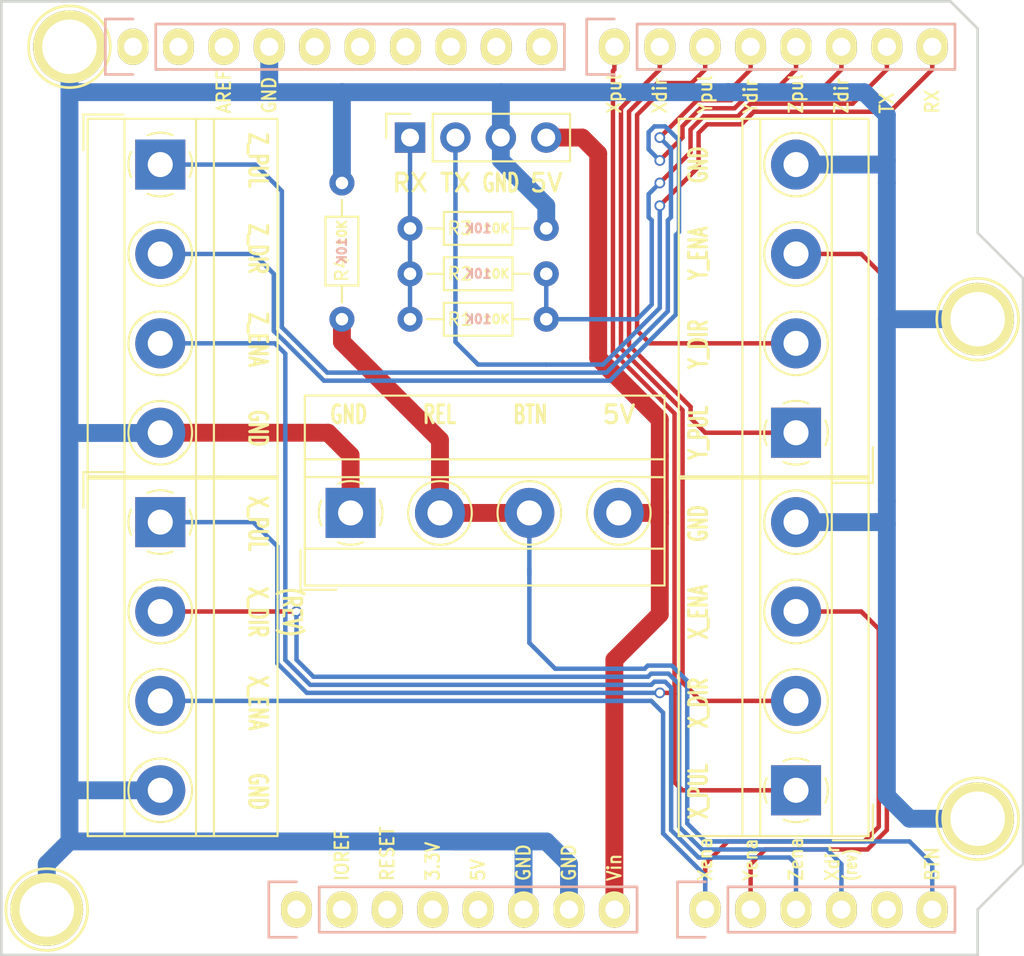
<source format=kicad_pcb>
(kicad_pcb (version 20171130) (host pcbnew "(5.0.2)-1")

  (general
    (thickness 1.6)
    (drawings 58)
    (tracks 287)
    (zones 0)
    (modules 22)
    (nets 32)
  )

  (page A4)
  (title_block
    (date "lun. 30 mars 2015")
  )

  (layers
    (0 F.Cu signal)
    (31 B.Cu signal)
    (32 B.Adhes user hide)
    (33 F.Adhes user hide)
    (34 B.Paste user hide)
    (35 F.Paste user hide)
    (36 B.SilkS user)
    (37 F.SilkS user)
    (38 B.Mask user)
    (39 F.Mask user)
    (40 Dwgs.User user hide)
    (41 Cmts.User user hide)
    (42 Eco1.User user hide)
    (43 Eco2.User user hide)
    (44 Edge.Cuts user)
    (45 Margin user hide)
    (46 B.CrtYd user hide)
    (47 F.CrtYd user hide)
    (48 B.Fab user hide)
    (49 F.Fab user hide)
  )

  (setup
    (last_trace_width 0.25)
    (trace_clearance 0.2)
    (zone_clearance 0.508)
    (zone_45_only no)
    (trace_min 0.2)
    (segment_width 0.15)
    (edge_width 0.15)
    (via_size 0.6)
    (via_drill 0.4)
    (via_min_size 0.4)
    (via_min_drill 0.3)
    (uvia_size 0.3)
    (uvia_drill 0.1)
    (uvias_allowed no)
    (uvia_min_size 0.2)
    (uvia_min_drill 0.1)
    (pcb_text_width 0.3)
    (pcb_text_size 1.5 1.5)
    (mod_edge_width 0.15)
    (mod_text_size 1 1)
    (mod_text_width 0.15)
    (pad_size 4.064 4.064)
    (pad_drill 3.048)
    (pad_to_mask_clearance 0)
    (solder_mask_min_width 0.25)
    (aux_axis_origin 110.998 126.365)
    (grid_origin 110.998 126.365)
    (visible_elements 7FFFFFFF)
    (pcbplotparams
      (layerselection 0x010f0_ffffffff)
      (usegerberextensions false)
      (usegerberattributes true)
      (usegerberadvancedattributes false)
      (creategerberjobfile false)
      (excludeedgelayer true)
      (linewidth 0.150000)
      (plotframeref false)
      (viasonmask false)
      (mode 1)
      (useauxorigin true)
      (hpglpennumber 1)
      (hpglpenspeed 20)
      (hpglpendiameter 15.000000)
      (psnegative false)
      (psa4output false)
      (plotreference true)
      (plotvalue true)
      (plotinvisibletext false)
      (padsonsilk false)
      (subtractmaskfromsilk false)
      (outputformat 1)
      (mirror false)
      (drillshape 0)
      (scaleselection 1)
      (outputdirectory "../"))
  )

  (net 0 "")
  (net 1 /IOREF)
  (net 2 /Reset)
  (net 3 +5V)
  (net 4 GND)
  (net 5 /AREF)
  (net 6 "/9(**)")
  (net 7 "/13(SCK)")
  (net 8 "/10(**/SS)")
  (net 9 "Net-(P1-Pad1)")
  (net 10 +3V3)
  (net 11 "/12(MISO)")
  (net 12 "/11(**/MOSI)")
  (net 13 5V)
  (net 14 ardTX)
  (net 15 ardRX)
  (net 16 /RX)
  (net 17 "/A5(SCL)-2")
  (net 18 "/A4(SDA)-2")
  (net 19 BTN)
  (net 20 /8)
  (net 21 xpulse)
  (net 22 xdir)
  (net 23 ypulse)
  (net 24 ydir)
  (net 25 zpulse)
  (net 26 zdir)
  (net 27 xenable)
  (net 28 yenable)
  (net 29 zenable)
  (net 30 "/A4(SDA)")
  (net 31 xdir_rev)

  (net_class Default "This is the default net class."
    (clearance 0.2)
    (trace_width 0.25)
    (via_dia 0.6)
    (via_drill 0.4)
    (uvia_dia 0.3)
    (uvia_drill 0.1)
    (add_net +3V3)
    (add_net +5V)
    (add_net "/10(**/SS)")
    (add_net "/11(**/MOSI)")
    (add_net "/12(MISO)")
    (add_net "/13(SCK)")
    (add_net /8)
    (add_net "/9(**)")
    (add_net "/A4(SDA)")
    (add_net "/A4(SDA)-2")
    (add_net "/A5(SCL)-2")
    (add_net /AREF)
    (add_net /IOREF)
    (add_net /RX)
    (add_net /Reset)
    (add_net 5V)
    (add_net BTN)
    (add_net GND)
    (add_net "Net-(P1-Pad1)")
    (add_net ardRX)
    (add_net ardTX)
    (add_net xdir)
    (add_net xdir_rev)
    (add_net xenable)
    (add_net xpulse)
    (add_net ydir)
    (add_net yenable)
    (add_net ypulse)
    (add_net zdir)
    (add_net zenable)
    (add_net zpulse)
  )

  (module "" (layer F.Cu) (tedit 0) (tstamp 0)
    (at 141.478 86.995 90)
    (fp_text reference "" (at 0 0 90) (layer F.SilkS)
      (effects (font (size 1.27 1.27) (thickness 0.15)))
    )
    (fp_text value "" (at 0 0 90) (layer F.SilkS)
      (effects (font (size 1.27 1.27) (thickness 0.15)))
    )
    (fp_text user 10K (at 0 0 90) (layer B.SilkS)
      (effects (font (size 0.5 0.5) (thickness 0.125)) (justify mirror))
    )
  )

  (module "" (layer B.Cu) (tedit 0) (tstamp 0)
    (at 149.098 85.725)
    (fp_text reference "" (at 0 0) (layer B.SilkS)
      (effects (font (size 1.27 1.27) (thickness 0.15)) (justify mirror))
    )
    (fp_text value "" (at 0 0) (layer B.SilkS)
      (effects (font (size 1.27 1.27) (thickness 0.15)) (justify mirror))
    )
    (fp_text user 10K (at 0 0) (layer B.SilkS)
      (effects (font (size 0.5 0.5) (thickness 0.125)) (justify mirror))
    )
  )

  (module "" (layer B.Cu) (tedit 0) (tstamp 0)
    (at 149.098 90.805)
    (fp_text reference "" (at 0 0) (layer B.SilkS)
      (effects (font (size 1.27 1.27) (thickness 0.15)) (justify mirror))
    )
    (fp_text value "" (at 0 0) (layer B.SilkS)
      (effects (font (size 1.27 1.27) (thickness 0.15)) (justify mirror))
    )
    (fp_text user 10K (at 0 0) (layer B.SilkS)
      (effects (font (size 0.5 0.5) (thickness 0.125)) (justify mirror))
    )
  )

  (module "" (layer B.Cu) (tedit 0) (tstamp 0)
    (at 149.098 88.265)
    (fp_text reference "" (at 0 0) (layer B.SilkS)
      (effects (font (size 1.27 1.27) (thickness 0.15)) (justify mirror))
    )
    (fp_text value "" (at 0 0) (layer B.SilkS)
      (effects (font (size 1.27 1.27) (thickness 0.15)) (justify mirror))
    )
    (fp_text user 10K (at 0 0) (layer B.SilkS)
      (effects (font (size 0.5 0.5) (thickness 0.125)) (justify mirror))
    )
  )

  (module Resistor_THT:R_Axial_DIN0204_L3.6mm_D1.6mm_P7.62mm_Horizontal (layer F.Cu) (tedit 5C3656C6) (tstamp 5C4CEF6A)
    (at 145.288 85.725)
    (descr "Resistor, Axial_DIN0204 series, Axial, Horizontal, pin pitch=7.62mm, 0.167W, length*diameter=3.6*1.6mm^2, http://cdn-reichelt.de/documents/datenblatt/B400/1_4W%23YAG.pdf")
    (tags "Resistor Axial_DIN0204 series Axial Horizontal pin pitch 7.62mm 0.167W length 3.6mm diameter 1.6mm")
    (path /5C359F6C)
    (fp_text reference R3 (at 3.81 0) (layer F.Fab)
      (effects (font (size 1 1) (thickness 0.15)))
    )
    (fp_text value 10K (at 4.826 0) (layer F.SilkS)
      (effects (font (size 0.5 0.5) (thickness 0.125)))
    )
    (fp_text user %R (at 2.794 0) (layer F.SilkS)
      (effects (font (size 0.72 0.72) (thickness 0.108)))
    )
    (fp_line (start 8.57 -1.05) (end -0.95 -1.05) (layer F.CrtYd) (width 0.05))
    (fp_line (start 8.57 1.05) (end 8.57 -1.05) (layer F.CrtYd) (width 0.05))
    (fp_line (start -0.95 1.05) (end 8.57 1.05) (layer F.CrtYd) (width 0.05))
    (fp_line (start -0.95 -1.05) (end -0.95 1.05) (layer F.CrtYd) (width 0.05))
    (fp_line (start 6.68 0) (end 5.73 0) (layer F.SilkS) (width 0.12))
    (fp_line (start 0.94 0) (end 1.89 0) (layer F.SilkS) (width 0.12))
    (fp_line (start 5.73 -0.92) (end 1.89 -0.92) (layer F.SilkS) (width 0.12))
    (fp_line (start 5.73 0.92) (end 5.73 -0.92) (layer F.SilkS) (width 0.12))
    (fp_line (start 1.89 0.92) (end 5.73 0.92) (layer F.SilkS) (width 0.12))
    (fp_line (start 1.89 -0.92) (end 1.89 0.92) (layer F.SilkS) (width 0.12))
    (fp_line (start 7.62 0) (end 5.61 0) (layer F.Fab) (width 0.1))
    (fp_line (start 0 0) (end 2.01 0) (layer F.Fab) (width 0.1))
    (fp_line (start 5.61 -0.8) (end 2.01 -0.8) (layer F.Fab) (width 0.1))
    (fp_line (start 5.61 0.8) (end 5.61 -0.8) (layer F.Fab) (width 0.1))
    (fp_line (start 2.01 0.8) (end 5.61 0.8) (layer F.Fab) (width 0.1))
    (fp_line (start 2.01 -0.8) (end 2.01 0.8) (layer F.Fab) (width 0.1))
    (pad 2 thru_hole oval (at 7.62 0) (size 1.4 1.4) (drill 0.7) (layers *.Cu *.Mask)
      (net 4 GND))
    (pad 1 thru_hole circle (at 0 0) (size 1.4 1.4) (drill 0.7) (layers *.Cu *.Mask)
      (net 16 /RX))
    (model ${KISYS3DMOD}/Resistor_THT.3dshapes/R_Axial_DIN0204_L3.6mm_D1.6mm_P7.62mm_Horizontal.wrl
      (at (xyz 0 0 0))
      (scale (xyz 1 1 1))
      (rotate (xyz 0 0 0))
    )
  )

  (module Socket_Arduino_Uno:Socket_Strip_Arduino_1x10 locked (layer F.Cu) (tedit 5C365351) (tstamp 551AFA18)
    (at 129.794 75.565)
    (descr "Through hole socket strip")
    (tags "socket strip")
    (path /56D721E0)
    (fp_text reference P3 (at 11.43 2.794) (layer F.Fab)
      (effects (font (size 1 1) (thickness 0.15)))
    )
    (fp_text value Digital (at 11.43 4.318) (layer F.Fab)
      (effects (font (size 1 1) (thickness 0.15)))
    )
    (fp_line (start -1.75 -1.75) (end -1.75 1.75) (layer F.CrtYd) (width 0.05))
    (fp_line (start 24.65 -1.75) (end 24.65 1.75) (layer F.CrtYd) (width 0.05))
    (fp_line (start -1.75 -1.75) (end 24.65 -1.75) (layer F.CrtYd) (width 0.05))
    (fp_line (start -1.75 1.75) (end 24.65 1.75) (layer F.CrtYd) (width 0.05))
    (fp_line (start 1.27 1.27) (end 24.13 1.27) (layer B.SilkS) (width 0.15))
    (fp_line (start 24.13 -1.27) (end 24.13 1.27) (layer B.SilkS) (width 0.15))
    (fp_line (start 24.13 -1.27) (end 1.27 -1.27) (layer B.SilkS) (width 0.15))
    (fp_line (start -1.55 1.55) (end 0 1.55) (layer B.SilkS) (width 0.15))
    (fp_line (start 1.27 -1.27) (end 1.27 1.27) (layer B.SilkS) (width 0.15))
    (fp_line (start 0 -1.55) (end -1.55 -1.55) (layer B.SilkS) (width 0.15))
    (fp_line (start -1.55 -1.55) (end -1.55 1.55) (layer B.SilkS) (width 0.15))
    (pad 1 thru_hole oval (at 0 0) (size 1.7272 2.032) (drill 1.016) (layers *.Cu *.Mask F.SilkS)
      (net 17 "/A5(SCL)-2"))
    (pad 2 thru_hole oval (at 2.54 0) (size 1.7272 2.032) (drill 1.016) (layers *.Cu *.Mask F.SilkS)
      (net 18 "/A4(SDA)-2"))
    (pad 3 thru_hole oval (at 5.08 0) (size 1.7272 2.032) (drill 1.016) (layers *.Cu *.Mask F.SilkS)
      (net 5 /AREF))
    (pad 4 thru_hole oval (at 7.62 0) (size 1.7272 2.032) (drill 1.016) (layers *.Cu *.Mask F.SilkS)
      (net 4 GND))
    (pad 5 thru_hole oval (at 10.16 0) (size 1.7272 2.032) (drill 1.016) (layers *.Cu *.Mask F.SilkS)
      (net 7 "/13(SCK)"))
    (pad 6 thru_hole oval (at 12.7 0) (size 1.7272 2.032) (drill 1.016) (layers *.Cu *.Mask F.SilkS)
      (net 11 "/12(MISO)"))
    (pad 7 thru_hole oval (at 15.24 0) (size 1.7272 2.032) (drill 1.016) (layers *.Cu *.Mask F.SilkS)
      (net 12 "/11(**/MOSI)"))
    (pad 8 thru_hole oval (at 17.78 0) (size 1.7272 2.032) (drill 1.016) (layers *.Cu *.Mask F.SilkS)
      (net 8 "/10(**/SS)"))
    (pad 9 thru_hole oval (at 20.32 0) (size 1.7272 2.032) (drill 1.016) (layers *.Cu *.Mask F.SilkS)
      (net 6 "/9(**)"))
    (pad 10 thru_hole oval (at 22.86 0) (size 1.7272 2.032) (drill 1.016) (layers *.Cu *.Mask F.SilkS)
      (net 20 /8))
    (model ${KIPRJMOD}/Socket_Arduino_Uno.3dshapes/Socket_header_Arduino_1x10.wrl
      (offset (xyz 11.42999982833862 0 0))
      (scale (xyz 1 1 1))
      (rotate (xyz 0 0 180))
    )
  )

  (module Socket_Arduino_Uno:Socket_Strip_Arduino_1x08 locked (layer F.Cu) (tedit 5C3650D7) (tstamp 551AFA2F)
    (at 156.718 75.565)
    (descr "Through hole socket strip")
    (tags "socket strip")
    (path /56D7164F)
    (fp_text reference P4 (at 8.89 2.794) (layer F.Fab)
      (effects (font (size 1 1) (thickness 0.15)))
    )
    (fp_text value Digital (at 8.89 4.318) (layer F.Fab)
      (effects (font (size 1 1) (thickness 0.15)))
    )
    (fp_line (start -1.75 -1.75) (end -1.75 1.75) (layer F.CrtYd) (width 0.05))
    (fp_line (start 19.55 -1.75) (end 19.55 1.75) (layer F.CrtYd) (width 0.05))
    (fp_line (start -1.75 -1.75) (end 19.55 -1.75) (layer F.CrtYd) (width 0.05))
    (fp_line (start -1.75 1.75) (end 19.55 1.75) (layer F.CrtYd) (width 0.05))
    (fp_line (start 1.27 1.27) (end 19.05 1.27) (layer B.SilkS) (width 0.15))
    (fp_line (start 19.05 -1.27) (end 19.05 1.27) (layer B.SilkS) (width 0.15))
    (fp_line (start 19.05 -1.27) (end 1.27 -1.27) (layer B.SilkS) (width 0.15))
    (fp_line (start -1.55 1.55) (end 0 1.55) (layer B.SilkS) (width 0.15))
    (fp_line (start 1.27 -1.27) (end 1.27 1.27) (layer B.SilkS) (width 0.15))
    (fp_line (start 0 -1.55) (end -1.55 -1.55) (layer B.SilkS) (width 0.15))
    (fp_line (start -1.55 -1.55) (end -1.55 1.55) (layer B.SilkS) (width 0.15))
    (pad 1 thru_hole oval (at 0 0) (size 1.7272 2.032) (drill 1.016) (layers *.Cu *.Mask F.SilkS)
      (net 21 xpulse))
    (pad 2 thru_hole oval (at 2.54 0) (size 1.7272 2.032) (drill 1.016) (layers *.Cu *.Mask F.SilkS)
      (net 22 xdir))
    (pad 3 thru_hole oval (at 5.08 0) (size 1.7272 2.032) (drill 1.016) (layers *.Cu *.Mask F.SilkS)
      (net 23 ypulse))
    (pad 4 thru_hole oval (at 7.62 0) (size 1.7272 2.032) (drill 1.016) (layers *.Cu *.Mask F.SilkS)
      (net 24 ydir))
    (pad 5 thru_hole oval (at 10.16 0) (size 1.7272 2.032) (drill 1.016) (layers *.Cu *.Mask F.SilkS)
      (net 25 zpulse))
    (pad 6 thru_hole oval (at 12.7 0) (size 1.7272 2.032) (drill 1.016) (layers *.Cu *.Mask F.SilkS)
      (net 26 zdir))
    (pad 7 thru_hole oval (at 15.24 0) (size 1.7272 2.032) (drill 1.016) (layers *.Cu *.Mask F.SilkS)
      (net 14 ardTX))
    (pad 8 thru_hole oval (at 17.78 0) (size 1.7272 2.032) (drill 1.016) (layers *.Cu *.Mask F.SilkS)
      (net 15 ardRX))
    (model ${KIPRJMOD}/Socket_Arduino_Uno.3dshapes/Socket_header_Arduino_1x08.wrl
      (offset (xyz 8.889999866485596 0 0))
      (scale (xyz 1 1 1))
      (rotate (xyz 0 0 180))
    )
  )

  (module Socket_Arduino_Uno:Socket_Strip_Arduino_1x08 locked (layer F.Cu) (tedit 5C3650D7) (tstamp 551AF9EA)
    (at 138.938 123.825)
    (descr "Through hole socket strip")
    (tags "socket strip")
    (path /56D70129)
    (fp_text reference P1 (at 8.89 -2.54) (layer F.Fab)
      (effects (font (size 1 1) (thickness 0.15)))
    )
    (fp_text value Power (at 8.89 -4.064) (layer F.Fab)
      (effects (font (size 1 1) (thickness 0.15)))
    )
    (fp_line (start -1.75 -1.75) (end -1.75 1.75) (layer F.CrtYd) (width 0.05))
    (fp_line (start 19.55 -1.75) (end 19.55 1.75) (layer F.CrtYd) (width 0.05))
    (fp_line (start -1.75 -1.75) (end 19.55 -1.75) (layer F.CrtYd) (width 0.05))
    (fp_line (start -1.75 1.75) (end 19.55 1.75) (layer F.CrtYd) (width 0.05))
    (fp_line (start 1.27 1.27) (end 19.05 1.27) (layer B.SilkS) (width 0.15))
    (fp_line (start 19.05 -1.27) (end 19.05 1.27) (layer B.SilkS) (width 0.15))
    (fp_line (start 19.05 -1.27) (end 1.27 -1.27) (layer B.SilkS) (width 0.15))
    (fp_line (start -1.55 1.55) (end 0 1.55) (layer B.SilkS) (width 0.15))
    (fp_line (start 1.27 -1.27) (end 1.27 1.27) (layer B.SilkS) (width 0.15))
    (fp_line (start 0 -1.55) (end -1.55 -1.55) (layer B.SilkS) (width 0.15))
    (fp_line (start -1.55 -1.55) (end -1.55 1.55) (layer B.SilkS) (width 0.15))
    (pad 1 thru_hole oval (at 0 0) (size 1.7272 2.032) (drill 1.016) (layers *.Cu *.Mask F.SilkS)
      (net 9 "Net-(P1-Pad1)"))
    (pad 2 thru_hole oval (at 2.54 0) (size 1.7272 2.032) (drill 1.016) (layers *.Cu *.Mask F.SilkS)
      (net 1 /IOREF))
    (pad 3 thru_hole oval (at 5.08 0) (size 1.7272 2.032) (drill 1.016) (layers *.Cu *.Mask F.SilkS)
      (net 2 /Reset))
    (pad 4 thru_hole oval (at 7.62 0) (size 1.7272 2.032) (drill 1.016) (layers *.Cu *.Mask F.SilkS)
      (net 10 +3V3))
    (pad 5 thru_hole oval (at 10.16 0) (size 1.7272 2.032) (drill 1.016) (layers *.Cu *.Mask F.SilkS)
      (net 3 +5V))
    (pad 6 thru_hole oval (at 12.7 0) (size 1.7272 2.032) (drill 1.016) (layers *.Cu *.Mask F.SilkS)
      (net 4 GND))
    (pad 7 thru_hole oval (at 15.24 0) (size 1.7272 2.032) (drill 1.016) (layers *.Cu *.Mask F.SilkS)
      (net 4 GND))
    (pad 8 thru_hole oval (at 17.78 0) (size 1.7272 2.032) (drill 1.016) (layers *.Cu *.Mask F.SilkS)
      (net 13 5V))
    (model ${KIPRJMOD}/Socket_Arduino_Uno.3dshapes/Socket_header_Arduino_1x08.wrl
      (offset (xyz 8.889999866485596 0 0))
      (scale (xyz 1 1 1))
      (rotate (xyz 0 0 180))
    )
  )

  (module TerminalBlock_MetzConnect:TerminalBlock_MetzConnect_Type011_RT05504HBWC_1x04_P5.00mm_Horizontal (layer F.Cu) (tedit 5C365377) (tstamp 5C4CEDD1)
    (at 166.878 97.155 90)
    (descr "terminal block Metz Connect Type011_RT05504HBWC, 4 pins, pitch 5mm, size 20x10.5mm^2, drill diamater 1.4mm, pad diameter 2.8mm, see http://www.metz-connect.com/de/system/files/productfiles/Datenblatt_310111_RT055xxHBLC_OFF-022717S.pdf, script-generated using https://github.com/pointhi/kicad-footprint-generator/scripts/TerminalBlock_MetzConnect")
    (tags "THT terminal block Metz Connect Type011_RT05504HBWC pitch 5mm size 20x10.5mm^2 drill 1.4mm pad 2.8mm")
    (path /5C367497)
    (fp_text reference J2 (at 7.5 -7.56 90) (layer F.Fab)
      (effects (font (size 1 1) (thickness 0.15)))
    )
    (fp_text value Screw_Terminal_01x04 (at 7.5 5.06 90) (layer F.Fab)
      (effects (font (size 1 1) (thickness 0.15)))
    )
    (fp_text user %R (at 7.5 3.25 90) (layer F.Fab)
      (effects (font (size 1 1) (thickness 0.15)))
    )
    (fp_line (start 18 -7) (end -3 -7) (layer F.CrtYd) (width 0.05))
    (fp_line (start 18 4.5) (end 18 -7) (layer F.CrtYd) (width 0.05))
    (fp_line (start -3 4.5) (end 18 4.5) (layer F.CrtYd) (width 0.05))
    (fp_line (start -3 -7) (end -3 4.5) (layer F.CrtYd) (width 0.05))
    (fp_line (start -2.8 4.3) (end -0.8 4.3) (layer F.SilkS) (width 0.12))
    (fp_line (start -2.8 2.06) (end -2.8 4.3) (layer F.SilkS) (width 0.12))
    (fp_line (start 13.7 1.083) (end 13.65 1.133) (layer F.SilkS) (width 0.12))
    (fp_line (start 16.133 -1.35) (end 16.108 -1.326) (layer F.SilkS) (width 0.12))
    (fp_line (start 13.892 1.325) (end 13.868 1.35) (layer F.SilkS) (width 0.12))
    (fp_line (start 16.35 -1.133) (end 16.301 -1.083) (layer F.SilkS) (width 0.12))
    (fp_line (start 16.019 -1.214) (end 13.787 1.018) (layer F.Fab) (width 0.1))
    (fp_line (start 16.214 -1.019) (end 13.982 1.214) (layer F.Fab) (width 0.1))
    (fp_line (start 8.7 1.083) (end 8.65 1.133) (layer F.SilkS) (width 0.12))
    (fp_line (start 11.133 -1.35) (end 11.108 -1.326) (layer F.SilkS) (width 0.12))
    (fp_line (start 8.892 1.325) (end 8.868 1.35) (layer F.SilkS) (width 0.12))
    (fp_line (start 11.35 -1.133) (end 11.301 -1.083) (layer F.SilkS) (width 0.12))
    (fp_line (start 11.019 -1.214) (end 8.787 1.018) (layer F.Fab) (width 0.1))
    (fp_line (start 11.214 -1.019) (end 8.982 1.214) (layer F.Fab) (width 0.1))
    (fp_line (start 3.7 1.083) (end 3.65 1.133) (layer F.SilkS) (width 0.12))
    (fp_line (start 6.133 -1.35) (end 6.108 -1.326) (layer F.SilkS) (width 0.12))
    (fp_line (start 3.892 1.325) (end 3.868 1.35) (layer F.SilkS) (width 0.12))
    (fp_line (start 6.35 -1.133) (end 6.301 -1.083) (layer F.SilkS) (width 0.12))
    (fp_line (start 6.019 -1.214) (end 3.787 1.018) (layer F.Fab) (width 0.1))
    (fp_line (start 6.214 -1.019) (end 3.982 1.214) (layer F.Fab) (width 0.1))
    (fp_line (start 1.019 -1.214) (end -1.214 1.018) (layer F.Fab) (width 0.1))
    (fp_line (start 1.214 -1.019) (end -1.019 1.214) (layer F.Fab) (width 0.1))
    (fp_line (start 17.561 -6.56) (end 17.561 4.06) (layer F.SilkS) (width 0.12))
    (fp_line (start -2.56 -6.56) (end -2.56 4.06) (layer F.SilkS) (width 0.12))
    (fp_line (start -2.56 4.06) (end 17.561 4.06) (layer F.SilkS) (width 0.12))
    (fp_line (start -2.56 -6.56) (end 17.561 -6.56) (layer F.SilkS) (width 0.12))
    (fp_line (start -2.56 -3) (end 17.561 -3) (layer F.SilkS) (width 0.12))
    (fp_line (start -2.5 -3) (end 17.5 -3) (layer F.Fab) (width 0.1))
    (fp_line (start -2.56 -2) (end 17.561 -2) (layer F.SilkS) (width 0.12))
    (fp_line (start -2.5 -2) (end 17.5 -2) (layer F.Fab) (width 0.1))
    (fp_line (start -2.56 2) (end 17.561 2) (layer F.SilkS) (width 0.12))
    (fp_line (start -2.5 2) (end 17.5 2) (layer F.Fab) (width 0.1))
    (fp_line (start -2.5 2) (end -2.5 -6.5) (layer F.Fab) (width 0.1))
    (fp_line (start -0.5 4) (end -2.5 2) (layer F.Fab) (width 0.1))
    (fp_line (start 17.5 4) (end -0.5 4) (layer F.Fab) (width 0.1))
    (fp_line (start 17.5 -6.5) (end 17.5 4) (layer F.Fab) (width 0.1))
    (fp_line (start -2.5 -6.5) (end 17.5 -6.5) (layer F.Fab) (width 0.1))
    (fp_circle (center 15 0) (end 16.78 0) (layer F.SilkS) (width 0.12))
    (fp_circle (center 15 0) (end 16.6 0) (layer F.Fab) (width 0.1))
    (fp_circle (center 10 0) (end 11.78 0) (layer F.SilkS) (width 0.12))
    (fp_circle (center 10 0) (end 11.6 0) (layer F.Fab) (width 0.1))
    (fp_circle (center 5 0) (end 6.78 0) (layer F.SilkS) (width 0.12))
    (fp_circle (center 5 0) (end 6.6 0) (layer F.Fab) (width 0.1))
    (fp_circle (center 0 0) (end 1.6 0) (layer F.Fab) (width 0.1))
    (fp_arc (start 0 0) (end -0.696 1.639) (angle -24) (layer F.SilkS) (width 0.12))
    (fp_arc (start 0 0) (end -1.639 -0.696) (angle -46) (layer F.SilkS) (width 0.12))
    (fp_arc (start 0 0) (end 0.696 -1.639) (angle -46) (layer F.SilkS) (width 0.12))
    (fp_arc (start 0 0) (end 1.639 0.696) (angle -46) (layer F.SilkS) (width 0.12))
    (fp_arc (start 0 0) (end 0 1.78) (angle -23) (layer F.SilkS) (width 0.12))
    (pad 4 thru_hole circle (at 15 0 90) (size 2.8 2.8) (drill 1.4) (layers *.Cu *.Mask)
      (net 4 GND))
    (pad 3 thru_hole circle (at 10 0 90) (size 2.8 2.8) (drill 1.4) (layers *.Cu *.Mask)
      (net 28 yenable))
    (pad 2 thru_hole circle (at 5 0 90) (size 2.8 2.8) (drill 1.4) (layers *.Cu *.Mask)
      (net 24 ydir))
    (pad 1 thru_hole rect (at 0 0 90) (size 2.8 2.8) (drill 1.4) (layers *.Cu *.Mask)
      (net 23 ypulse))
    (model ${KISYS3DMOD}/TerminalBlock_MetzConnect.3dshapes/TerminalBlock_MetzConnect_Type011_RT05504HBWC_1x04_P5.00mm_Horizontal.wrl
      (at (xyz 0 0 0))
      (scale (xyz 1 1 1))
      (rotate (xyz 0 0 0))
    )
  )

  (module TerminalBlock_MetzConnect:TerminalBlock_MetzConnect_Type011_RT05504HBWC_1x04_P5.00mm_Horizontal (layer F.Cu) (tedit 5C365367) (tstamp 5C4D34EB)
    (at 141.963001 101.640001)
    (descr "terminal block Metz Connect Type011_RT05504HBWC, 4 pins, pitch 5mm, size 20x10.5mm^2, drill diamater 1.4mm, pad diameter 2.8mm, see http://www.metz-connect.com/de/system/files/productfiles/Datenblatt_310111_RT055xxHBLC_OFF-022717S.pdf, script-generated using https://github.com/pointhi/kicad-footprint-generator/scripts/TerminalBlock_MetzConnect")
    (tags "THT terminal block Metz Connect Type011_RT05504HBWC pitch 5mm size 20x10.5mm^2 drill 1.4mm pad 2.8mm")
    (path /5C3C93BE)
    (fp_text reference J6 (at 7.5 -7.56) (layer F.Fab)
      (effects (font (size 1 1) (thickness 0.15)))
    )
    (fp_text value Screw_Terminal_01x04 (at 7.5 5.06) (layer F.Fab)
      (effects (font (size 1 1) (thickness 0.15)))
    )
    (fp_text user %R (at 7.5 3.25) (layer F.Fab)
      (effects (font (size 1 1) (thickness 0.15)))
    )
    (fp_line (start 18 -7) (end -3 -7) (layer F.CrtYd) (width 0.05))
    (fp_line (start 18 4.5) (end 18 -7) (layer F.CrtYd) (width 0.05))
    (fp_line (start -3 4.5) (end 18 4.5) (layer F.CrtYd) (width 0.05))
    (fp_line (start -3 -7) (end -3 4.5) (layer F.CrtYd) (width 0.05))
    (fp_line (start -2.8 4.3) (end -0.8 4.3) (layer F.SilkS) (width 0.12))
    (fp_line (start -2.8 2.06) (end -2.8 4.3) (layer F.SilkS) (width 0.12))
    (fp_line (start 13.7 1.083) (end 13.65 1.133) (layer F.SilkS) (width 0.12))
    (fp_line (start 16.133 -1.35) (end 16.108 -1.326) (layer F.SilkS) (width 0.12))
    (fp_line (start 13.892 1.325) (end 13.868 1.35) (layer F.SilkS) (width 0.12))
    (fp_line (start 16.35 -1.133) (end 16.301 -1.083) (layer F.SilkS) (width 0.12))
    (fp_line (start 16.019 -1.214) (end 13.787 1.018) (layer F.Fab) (width 0.1))
    (fp_line (start 16.214 -1.019) (end 13.982 1.214) (layer F.Fab) (width 0.1))
    (fp_line (start 8.7 1.083) (end 8.65 1.133) (layer F.SilkS) (width 0.12))
    (fp_line (start 11.133 -1.35) (end 11.108 -1.326) (layer F.SilkS) (width 0.12))
    (fp_line (start 8.892 1.325) (end 8.868 1.35) (layer F.SilkS) (width 0.12))
    (fp_line (start 11.35 -1.133) (end 11.301 -1.083) (layer F.SilkS) (width 0.12))
    (fp_line (start 11.019 -1.214) (end 8.787 1.018) (layer F.Fab) (width 0.1))
    (fp_line (start 11.214 -1.019) (end 8.982 1.214) (layer F.Fab) (width 0.1))
    (fp_line (start 3.7 1.083) (end 3.65 1.133) (layer F.SilkS) (width 0.12))
    (fp_line (start 6.133 -1.35) (end 6.108 -1.326) (layer F.SilkS) (width 0.12))
    (fp_line (start 3.892 1.325) (end 3.868 1.35) (layer F.SilkS) (width 0.12))
    (fp_line (start 6.35 -1.133) (end 6.301 -1.083) (layer F.SilkS) (width 0.12))
    (fp_line (start 6.019 -1.214) (end 3.787 1.018) (layer F.Fab) (width 0.1))
    (fp_line (start 6.214 -1.019) (end 3.982 1.214) (layer F.Fab) (width 0.1))
    (fp_line (start 1.019 -1.214) (end -1.214 1.018) (layer F.Fab) (width 0.1))
    (fp_line (start 1.214 -1.019) (end -1.019 1.214) (layer F.Fab) (width 0.1))
    (fp_line (start 17.561 -6.56) (end 17.561 4.06) (layer F.SilkS) (width 0.12))
    (fp_line (start -2.56 -6.56) (end -2.56 4.06) (layer F.SilkS) (width 0.12))
    (fp_line (start -2.56 4.06) (end 17.561 4.06) (layer F.SilkS) (width 0.12))
    (fp_line (start -2.56 -6.56) (end 17.561 -6.56) (layer F.SilkS) (width 0.12))
    (fp_line (start -2.56 -3) (end 17.561 -3) (layer F.SilkS) (width 0.12))
    (fp_line (start -2.5 -3) (end 17.5 -3) (layer F.Fab) (width 0.1))
    (fp_line (start -2.56 -2) (end 17.561 -2) (layer F.SilkS) (width 0.12))
    (fp_line (start -2.5 -2) (end 17.5 -2) (layer F.Fab) (width 0.1))
    (fp_line (start -2.56 2) (end 17.561 2) (layer F.SilkS) (width 0.12))
    (fp_line (start -2.5 2) (end 17.5 2) (layer F.Fab) (width 0.1))
    (fp_line (start -2.5 2) (end -2.5 -6.5) (layer F.Fab) (width 0.1))
    (fp_line (start -0.5 4) (end -2.5 2) (layer F.Fab) (width 0.1))
    (fp_line (start 17.5 4) (end -0.5 4) (layer F.Fab) (width 0.1))
    (fp_line (start 17.5 -6.5) (end 17.5 4) (layer F.Fab) (width 0.1))
    (fp_line (start -2.5 -6.5) (end 17.5 -6.5) (layer F.Fab) (width 0.1))
    (fp_circle (center 15 0) (end 16.78 0) (layer F.SilkS) (width 0.12))
    (fp_circle (center 15 0) (end 16.6 0) (layer F.Fab) (width 0.1))
    (fp_circle (center 10 0) (end 11.78 0) (layer F.SilkS) (width 0.12))
    (fp_circle (center 10 0) (end 11.6 0) (layer F.Fab) (width 0.1))
    (fp_circle (center 5 0) (end 6.78 0) (layer F.SilkS) (width 0.12))
    (fp_circle (center 5 0) (end 6.6 0) (layer F.Fab) (width 0.1))
    (fp_circle (center 0 0) (end 1.6 0) (layer F.Fab) (width 0.1))
    (fp_arc (start 0 0) (end -0.696 1.639) (angle -24) (layer F.SilkS) (width 0.12))
    (fp_arc (start 0 0) (end -1.639 -0.696) (angle -46) (layer F.SilkS) (width 0.12))
    (fp_arc (start 0 0) (end 0.696 -1.639) (angle -46) (layer F.SilkS) (width 0.12))
    (fp_arc (start 0 0) (end 1.639 0.696) (angle -46) (layer F.SilkS) (width 0.12))
    (fp_arc (start 0 0) (end 0 1.78) (angle -23) (layer F.SilkS) (width 0.12))
    (pad 4 thru_hole circle (at 15 0) (size 2.8 2.8) (drill 1.4) (layers *.Cu *.Mask)
      (net 13 5V))
    (pad 3 thru_hole circle (at 10 0) (size 2.8 2.8) (drill 1.4) (layers *.Cu *.Mask)
      (net 19 BTN))
    (pad 2 thru_hole circle (at 5 0) (size 2.8 2.8) (drill 1.4) (layers *.Cu *.Mask)
      (net 19 BTN))
    (pad 1 thru_hole rect (at 0 0) (size 2.8 2.8) (drill 1.4) (layers *.Cu *.Mask)
      (net 4 GND))
    (model ${KISYS3DMOD}/TerminalBlock_MetzConnect.3dshapes/TerminalBlock_MetzConnect_Type011_RT05504HBWC_1x04_P5.00mm_Horizontal.wrl
      (at (xyz 0 0 0))
      (scale (xyz 1 1 1))
      (rotate (xyz 0 0 0))
    )
  )

  (module TerminalBlock_MetzConnect:TerminalBlock_MetzConnect_Type011_RT05504HBWC_1x04_P5.00mm_Horizontal (layer F.Cu) (tedit 5C365388) (tstamp 5C4CEE4D)
    (at 131.318 102.155 270)
    (descr "terminal block Metz Connect Type011_RT05504HBWC, 4 pins, pitch 5mm, size 20x10.5mm^2, drill diamater 1.4mm, pad diameter 2.8mm, see http://www.metz-connect.com/de/system/files/productfiles/Datenblatt_310111_RT055xxHBLC_OFF-022717S.pdf, script-generated using https://github.com/pointhi/kicad-footprint-generator/scripts/TerminalBlock_MetzConnect")
    (tags "THT terminal block Metz Connect Type011_RT05504HBWC pitch 5mm size 20x10.5mm^2 drill 1.4mm pad 2.8mm")
    (path /5C368731)
    (fp_text reference J4 (at 7.5 -7.56 270) (layer F.Fab)
      (effects (font (size 1 1) (thickness 0.15)))
    )
    (fp_text value Screw_Terminal_01x04 (at 7.5 5.06 270) (layer F.Fab)
      (effects (font (size 1 1) (thickness 0.15)))
    )
    (fp_text user %R (at 7.5 3.25 270) (layer F.Fab)
      (effects (font (size 1 1) (thickness 0.15)))
    )
    (fp_line (start 18 -7) (end -3 -7) (layer F.CrtYd) (width 0.05))
    (fp_line (start 18 4.5) (end 18 -7) (layer F.CrtYd) (width 0.05))
    (fp_line (start -3 4.5) (end 18 4.5) (layer F.CrtYd) (width 0.05))
    (fp_line (start -3 -7) (end -3 4.5) (layer F.CrtYd) (width 0.05))
    (fp_line (start -2.8 4.3) (end -0.8 4.3) (layer F.SilkS) (width 0.12))
    (fp_line (start -2.8 2.06) (end -2.8 4.3) (layer F.SilkS) (width 0.12))
    (fp_line (start 13.7 1.083) (end 13.65 1.133) (layer F.SilkS) (width 0.12))
    (fp_line (start 16.133 -1.35) (end 16.108 -1.326) (layer F.SilkS) (width 0.12))
    (fp_line (start 13.892 1.325) (end 13.868 1.35) (layer F.SilkS) (width 0.12))
    (fp_line (start 16.35 -1.133) (end 16.301 -1.083) (layer F.SilkS) (width 0.12))
    (fp_line (start 16.019 -1.214) (end 13.787 1.018) (layer F.Fab) (width 0.1))
    (fp_line (start 16.214 -1.019) (end 13.982 1.214) (layer F.Fab) (width 0.1))
    (fp_line (start 8.7 1.083) (end 8.65 1.133) (layer F.SilkS) (width 0.12))
    (fp_line (start 11.133 -1.35) (end 11.108 -1.326) (layer F.SilkS) (width 0.12))
    (fp_line (start 8.892 1.325) (end 8.868 1.35) (layer F.SilkS) (width 0.12))
    (fp_line (start 11.35 -1.133) (end 11.301 -1.083) (layer F.SilkS) (width 0.12))
    (fp_line (start 11.019 -1.214) (end 8.787 1.018) (layer F.Fab) (width 0.1))
    (fp_line (start 11.214 -1.019) (end 8.982 1.214) (layer F.Fab) (width 0.1))
    (fp_line (start 3.7 1.083) (end 3.65 1.133) (layer F.SilkS) (width 0.12))
    (fp_line (start 6.133 -1.35) (end 6.108 -1.326) (layer F.SilkS) (width 0.12))
    (fp_line (start 3.892 1.325) (end 3.868 1.35) (layer F.SilkS) (width 0.12))
    (fp_line (start 6.35 -1.133) (end 6.301 -1.083) (layer F.SilkS) (width 0.12))
    (fp_line (start 6.019 -1.214) (end 3.787 1.018) (layer F.Fab) (width 0.1))
    (fp_line (start 6.214 -1.019) (end 3.982 1.214) (layer F.Fab) (width 0.1))
    (fp_line (start 1.019 -1.214) (end -1.214 1.018) (layer F.Fab) (width 0.1))
    (fp_line (start 1.214 -1.019) (end -1.019 1.214) (layer F.Fab) (width 0.1))
    (fp_line (start 17.561 -6.56) (end 17.561 4.06) (layer F.SilkS) (width 0.12))
    (fp_line (start -2.56 -6.56) (end -2.56 4.06) (layer F.SilkS) (width 0.12))
    (fp_line (start -2.56 4.06) (end 17.561 4.06) (layer F.SilkS) (width 0.12))
    (fp_line (start -2.56 -6.56) (end 17.561 -6.56) (layer F.SilkS) (width 0.12))
    (fp_line (start -2.56 -3) (end 17.561 -3) (layer F.SilkS) (width 0.12))
    (fp_line (start -2.5 -3) (end 17.5 -3) (layer F.Fab) (width 0.1))
    (fp_line (start -2.56 -2) (end 17.561 -2) (layer F.SilkS) (width 0.12))
    (fp_line (start -2.5 -2) (end 17.5 -2) (layer F.Fab) (width 0.1))
    (fp_line (start -2.56 2) (end 17.561 2) (layer F.SilkS) (width 0.12))
    (fp_line (start -2.5 2) (end 17.5 2) (layer F.Fab) (width 0.1))
    (fp_line (start -2.5 2) (end -2.5 -6.5) (layer F.Fab) (width 0.1))
    (fp_line (start -0.5 4) (end -2.5 2) (layer F.Fab) (width 0.1))
    (fp_line (start 17.5 4) (end -0.5 4) (layer F.Fab) (width 0.1))
    (fp_line (start 17.5 -6.5) (end 17.5 4) (layer F.Fab) (width 0.1))
    (fp_line (start -2.5 -6.5) (end 17.5 -6.5) (layer F.Fab) (width 0.1))
    (fp_circle (center 15 0) (end 16.78 0) (layer F.SilkS) (width 0.12))
    (fp_circle (center 15 0) (end 16.6 0) (layer F.Fab) (width 0.1))
    (fp_circle (center 10 0) (end 11.78 0) (layer F.SilkS) (width 0.12))
    (fp_circle (center 10 0) (end 11.6 0) (layer F.Fab) (width 0.1))
    (fp_circle (center 5 0) (end 6.78 0) (layer F.SilkS) (width 0.12))
    (fp_circle (center 5 0) (end 6.6 0) (layer F.Fab) (width 0.1))
    (fp_circle (center 0 0) (end 1.6 0) (layer F.Fab) (width 0.1))
    (fp_arc (start 0 0) (end -0.696 1.639) (angle -24) (layer F.SilkS) (width 0.12))
    (fp_arc (start 0 0) (end -1.639 -0.696) (angle -46) (layer F.SilkS) (width 0.12))
    (fp_arc (start 0 0) (end 0.696 -1.639) (angle -46) (layer F.SilkS) (width 0.12))
    (fp_arc (start 0 0) (end 1.639 0.696) (angle -46) (layer F.SilkS) (width 0.12))
    (fp_arc (start 0 0) (end 0 1.78) (angle -23) (layer F.SilkS) (width 0.12))
    (pad 4 thru_hole circle (at 15 0 270) (size 2.8 2.8) (drill 1.4) (layers *.Cu *.Mask)
      (net 4 GND))
    (pad 3 thru_hole circle (at 10 0 270) (size 2.8 2.8) (drill 1.4) (layers *.Cu *.Mask)
      (net 27 xenable))
    (pad 2 thru_hole circle (at 5 0 270) (size 2.8 2.8) (drill 1.4) (layers *.Cu *.Mask)
      (net 31 xdir_rev))
    (pad 1 thru_hole rect (at 0 0 270) (size 2.8 2.8) (drill 1.4) (layers *.Cu *.Mask)
      (net 21 xpulse))
    (model ${KISYS3DMOD}/TerminalBlock_MetzConnect.3dshapes/TerminalBlock_MetzConnect_Type011_RT05504HBWC_1x04_P5.00mm_Horizontal.wrl
      (at (xyz 0 0 0))
      (scale (xyz 1 1 1))
      (rotate (xyz 0 0 0))
    )
  )

  (module TerminalBlock_MetzConnect:TerminalBlock_MetzConnect_Type011_RT05504HBWC_1x04_P5.00mm_Horizontal (layer F.Cu) (tedit 5C365381) (tstamp 5C4CED93)
    (at 166.878 117.155 90)
    (descr "terminal block Metz Connect Type011_RT05504HBWC, 4 pins, pitch 5mm, size 20x10.5mm^2, drill diamater 1.4mm, pad diameter 2.8mm, see http://www.metz-connect.com/de/system/files/productfiles/Datenblatt_310111_RT055xxHBLC_OFF-022717S.pdf, script-generated using https://github.com/pointhi/kicad-footprint-generator/scripts/TerminalBlock_MetzConnect")
    (tags "THT terminal block Metz Connect Type011_RT05504HBWC pitch 5mm size 20x10.5mm^2 drill 1.4mm pad 2.8mm")
    (path /5C362986)
    (fp_text reference J1 (at 7.5 -7.56 90) (layer F.Fab)
      (effects (font (size 1 1) (thickness 0.15)))
    )
    (fp_text value Screw_Terminal_01x04 (at 7.5 5.06 90) (layer F.Fab)
      (effects (font (size 1 1) (thickness 0.15)))
    )
    (fp_text user %R (at 7.5 3.25 90) (layer F.Fab)
      (effects (font (size 1 1) (thickness 0.15)))
    )
    (fp_line (start 18 -7) (end -3 -7) (layer F.CrtYd) (width 0.05))
    (fp_line (start 18 4.5) (end 18 -7) (layer F.CrtYd) (width 0.05))
    (fp_line (start -3 4.5) (end 18 4.5) (layer F.CrtYd) (width 0.05))
    (fp_line (start -3 -7) (end -3 4.5) (layer F.CrtYd) (width 0.05))
    (fp_line (start -2.8 4.3) (end -0.8 4.3) (layer F.SilkS) (width 0.12))
    (fp_line (start -2.8 2.06) (end -2.8 4.3) (layer F.SilkS) (width 0.12))
    (fp_line (start 13.7 1.083) (end 13.65 1.133) (layer F.SilkS) (width 0.12))
    (fp_line (start 16.133 -1.35) (end 16.108 -1.326) (layer F.SilkS) (width 0.12))
    (fp_line (start 13.892 1.325) (end 13.868 1.35) (layer F.SilkS) (width 0.12))
    (fp_line (start 16.35 -1.133) (end 16.301 -1.083) (layer F.SilkS) (width 0.12))
    (fp_line (start 16.019 -1.214) (end 13.787 1.018) (layer F.Fab) (width 0.1))
    (fp_line (start 16.214 -1.019) (end 13.982 1.214) (layer F.Fab) (width 0.1))
    (fp_line (start 8.7 1.083) (end 8.65 1.133) (layer F.SilkS) (width 0.12))
    (fp_line (start 11.133 -1.35) (end 11.108 -1.326) (layer F.SilkS) (width 0.12))
    (fp_line (start 8.892 1.325) (end 8.868 1.35) (layer F.SilkS) (width 0.12))
    (fp_line (start 11.35 -1.133) (end 11.301 -1.083) (layer F.SilkS) (width 0.12))
    (fp_line (start 11.019 -1.214) (end 8.787 1.018) (layer F.Fab) (width 0.1))
    (fp_line (start 11.214 -1.019) (end 8.982 1.214) (layer F.Fab) (width 0.1))
    (fp_line (start 3.7 1.083) (end 3.65 1.133) (layer F.SilkS) (width 0.12))
    (fp_line (start 6.133 -1.35) (end 6.108 -1.326) (layer F.SilkS) (width 0.12))
    (fp_line (start 3.892 1.325) (end 3.868 1.35) (layer F.SilkS) (width 0.12))
    (fp_line (start 6.35 -1.133) (end 6.301 -1.083) (layer F.SilkS) (width 0.12))
    (fp_line (start 6.019 -1.214) (end 3.787 1.018) (layer F.Fab) (width 0.1))
    (fp_line (start 6.214 -1.019) (end 3.982 1.214) (layer F.Fab) (width 0.1))
    (fp_line (start 1.019 -1.214) (end -1.214 1.018) (layer F.Fab) (width 0.1))
    (fp_line (start 1.214 -1.019) (end -1.019 1.214) (layer F.Fab) (width 0.1))
    (fp_line (start 17.561 -6.56) (end 17.561 4.06) (layer F.SilkS) (width 0.12))
    (fp_line (start -2.56 -6.56) (end -2.56 4.06) (layer F.SilkS) (width 0.12))
    (fp_line (start -2.56 4.06) (end 17.561 4.06) (layer F.SilkS) (width 0.12))
    (fp_line (start -2.56 -6.56) (end 17.561 -6.56) (layer F.SilkS) (width 0.12))
    (fp_line (start -2.56 -3) (end 17.561 -3) (layer F.SilkS) (width 0.12))
    (fp_line (start -2.5 -3) (end 17.5 -3) (layer F.Fab) (width 0.1))
    (fp_line (start -2.56 -2) (end 17.561 -2) (layer F.SilkS) (width 0.12))
    (fp_line (start -2.5 -2) (end 17.5 -2) (layer F.Fab) (width 0.1))
    (fp_line (start -2.56 2) (end 17.561 2) (layer F.SilkS) (width 0.12))
    (fp_line (start -2.5 2) (end 17.5 2) (layer F.Fab) (width 0.1))
    (fp_line (start -2.5 2) (end -2.5 -6.5) (layer F.Fab) (width 0.1))
    (fp_line (start -0.5 4) (end -2.5 2) (layer F.Fab) (width 0.1))
    (fp_line (start 17.5 4) (end -0.5 4) (layer F.Fab) (width 0.1))
    (fp_line (start 17.5 -6.5) (end 17.5 4) (layer F.Fab) (width 0.1))
    (fp_line (start -2.5 -6.5) (end 17.5 -6.5) (layer F.Fab) (width 0.1))
    (fp_circle (center 15 0) (end 16.78 0) (layer F.SilkS) (width 0.12))
    (fp_circle (center 15 0) (end 16.6 0) (layer F.Fab) (width 0.1))
    (fp_circle (center 10 0) (end 11.78 0) (layer F.SilkS) (width 0.12))
    (fp_circle (center 10 0) (end 11.6 0) (layer F.Fab) (width 0.1))
    (fp_circle (center 5 0) (end 6.78 0) (layer F.SilkS) (width 0.12))
    (fp_circle (center 5 0) (end 6.6 0) (layer F.Fab) (width 0.1))
    (fp_circle (center 0 0) (end 1.6 0) (layer F.Fab) (width 0.1))
    (fp_arc (start 0 0) (end -0.696 1.639) (angle -24) (layer F.SilkS) (width 0.12))
    (fp_arc (start 0 0) (end -1.639 -0.696) (angle -46) (layer F.SilkS) (width 0.12))
    (fp_arc (start 0 0) (end 0.696 -1.639) (angle -46) (layer F.SilkS) (width 0.12))
    (fp_arc (start 0 0) (end 1.639 0.696) (angle -46) (layer F.SilkS) (width 0.12))
    (fp_arc (start 0 0) (end 0 1.78) (angle -23) (layer F.SilkS) (width 0.12))
    (pad 4 thru_hole circle (at 15 0 90) (size 2.8 2.8) (drill 1.4) (layers *.Cu *.Mask)
      (net 4 GND))
    (pad 3 thru_hole circle (at 10 0 90) (size 2.8 2.8) (drill 1.4) (layers *.Cu *.Mask)
      (net 27 xenable))
    (pad 2 thru_hole circle (at 5 0 90) (size 2.8 2.8) (drill 1.4) (layers *.Cu *.Mask)
      (net 22 xdir))
    (pad 1 thru_hole rect (at 0 0 90) (size 2.8 2.8) (drill 1.4) (layers *.Cu *.Mask)
      (net 21 xpulse))
    (model ${KISYS3DMOD}/TerminalBlock_MetzConnect.3dshapes/TerminalBlock_MetzConnect_Type011_RT05504HBWC_1x04_P5.00mm_Horizontal.wrl
      (at (xyz 0 0 0))
      (scale (xyz 1 1 1))
      (rotate (xyz 0 0 0))
    )
  )

  (module Resistor_THT:R_Axial_DIN0204_L3.6mm_D1.6mm_P7.62mm_Horizontal (layer F.Cu) (tedit 5C365731) (tstamp 5C4D3752)
    (at 141.478 83.185 270)
    (descr "Resistor, Axial_DIN0204 series, Axial, Horizontal, pin pitch=7.62mm, 0.167W, length*diameter=3.6*1.6mm^2, http://cdn-reichelt.de/documents/datenblatt/B400/1_4W%23YAG.pdf")
    (tags "Resistor Axial_DIN0204 series Axial Horizontal pin pitch 7.62mm 0.167W length 3.6mm diameter 1.6mm")
    (path /5C3DEFF2)
    (fp_text reference R4 (at 4.064 0 270) (layer F.Fab)
      (effects (font (size 1 1) (thickness 0.15)))
    )
    (fp_text value 10K (at 2.794 0 270) (layer F.SilkS)
      (effects (font (size 0.5 0.5) (thickness 0.125)))
    )
    (fp_text user %R (at 4.826 0 270) (layer F.SilkS)
      (effects (font (size 0.72 0.72) (thickness 0.108)))
    )
    (fp_line (start 8.57 -1.05) (end -0.95 -1.05) (layer F.CrtYd) (width 0.05))
    (fp_line (start 8.57 1.05) (end 8.57 -1.05) (layer F.CrtYd) (width 0.05))
    (fp_line (start -0.95 1.05) (end 8.57 1.05) (layer F.CrtYd) (width 0.05))
    (fp_line (start -0.95 -1.05) (end -0.95 1.05) (layer F.CrtYd) (width 0.05))
    (fp_line (start 6.68 0) (end 5.73 0) (layer F.SilkS) (width 0.12))
    (fp_line (start 0.94 0) (end 1.89 0) (layer F.SilkS) (width 0.12))
    (fp_line (start 5.73 -0.92) (end 1.89 -0.92) (layer F.SilkS) (width 0.12))
    (fp_line (start 5.73 0.92) (end 5.73 -0.92) (layer F.SilkS) (width 0.12))
    (fp_line (start 1.89 0.92) (end 5.73 0.92) (layer F.SilkS) (width 0.12))
    (fp_line (start 1.89 -0.92) (end 1.89 0.92) (layer F.SilkS) (width 0.12))
    (fp_line (start 7.62 0) (end 5.61 0) (layer F.Fab) (width 0.1))
    (fp_line (start 0 0) (end 2.01 0) (layer F.Fab) (width 0.1))
    (fp_line (start 5.61 -0.8) (end 2.01 -0.8) (layer F.Fab) (width 0.1))
    (fp_line (start 5.61 0.8) (end 5.61 -0.8) (layer F.Fab) (width 0.1))
    (fp_line (start 2.01 0.8) (end 5.61 0.8) (layer F.Fab) (width 0.1))
    (fp_line (start 2.01 -0.8) (end 2.01 0.8) (layer F.Fab) (width 0.1))
    (pad 2 thru_hole oval (at 7.62 0 270) (size 1.4 1.4) (drill 0.7) (layers *.Cu *.Mask)
      (net 19 BTN))
    (pad 1 thru_hole circle (at 0 0 270) (size 1.4 1.4) (drill 0.7) (layers *.Cu *.Mask)
      (net 4 GND))
    (model ${KISYS3DMOD}/Resistor_THT.3dshapes/R_Axial_DIN0204_L3.6mm_D1.6mm_P7.62mm_Horizontal.wrl
      (at (xyz 0 0 0))
      (scale (xyz 1 1 1))
      (rotate (xyz 0 0 0))
    )
  )

  (module Connector_PinSocket_2.54mm:PinSocket_1x04_P2.54mm_Vertical (layer F.Cu) (tedit 5C36536D) (tstamp 5C4CEF82)
    (at 145.288 80.645 90)
    (descr "Through hole straight socket strip, 1x04, 2.54mm pitch, single row (from Kicad 4.0.7), script generated")
    (tags "Through hole socket strip THT 1x04 2.54mm single row")
    (path /5C341FD6)
    (fp_text reference J5 (at 0 -2.77 90) (layer F.Fab)
      (effects (font (size 1 1) (thickness 0.15)))
    )
    (fp_text value Conn_01x04 (at 0 10.39 90) (layer F.Fab)
      (effects (font (size 1 1) (thickness 0.15)))
    )
    (fp_text user %R (at 0 3.81 180) (layer F.Fab)
      (effects (font (size 1 1) (thickness 0.15)))
    )
    (fp_line (start -1.8 9.4) (end -1.8 -1.8) (layer F.CrtYd) (width 0.05))
    (fp_line (start 1.75 9.4) (end -1.8 9.4) (layer F.CrtYd) (width 0.05))
    (fp_line (start 1.75 -1.8) (end 1.75 9.4) (layer F.CrtYd) (width 0.05))
    (fp_line (start -1.8 -1.8) (end 1.75 -1.8) (layer F.CrtYd) (width 0.05))
    (fp_line (start 0 -1.33) (end 1.33 -1.33) (layer F.SilkS) (width 0.12))
    (fp_line (start 1.33 -1.33) (end 1.33 0) (layer F.SilkS) (width 0.12))
    (fp_line (start 1.33 1.27) (end 1.33 8.95) (layer F.SilkS) (width 0.12))
    (fp_line (start -1.33 8.95) (end 1.33 8.95) (layer F.SilkS) (width 0.12))
    (fp_line (start -1.33 1.27) (end -1.33 8.95) (layer F.SilkS) (width 0.12))
    (fp_line (start -1.33 1.27) (end 1.33 1.27) (layer F.SilkS) (width 0.12))
    (fp_line (start -1.27 8.89) (end -1.27 -1.27) (layer F.Fab) (width 0.1))
    (fp_line (start 1.27 8.89) (end -1.27 8.89) (layer F.Fab) (width 0.1))
    (fp_line (start 1.27 -0.635) (end 1.27 8.89) (layer F.Fab) (width 0.1))
    (fp_line (start 0.635 -1.27) (end 1.27 -0.635) (layer F.Fab) (width 0.1))
    (fp_line (start -1.27 -1.27) (end 0.635 -1.27) (layer F.Fab) (width 0.1))
    (pad 4 thru_hole oval (at 0 7.62 90) (size 1.7 1.7) (drill 1) (layers *.Cu *.Mask)
      (net 13 5V))
    (pad 3 thru_hole oval (at 0 5.08 90) (size 1.7 1.7) (drill 1) (layers *.Cu *.Mask)
      (net 4 GND))
    (pad 2 thru_hole oval (at 0 2.54 90) (size 1.7 1.7) (drill 1) (layers *.Cu *.Mask)
      (net 15 ardRX))
    (pad 1 thru_hole rect (at 0 0 90) (size 1.7 1.7) (drill 1) (layers *.Cu *.Mask)
      (net 16 /RX))
    (model ${KISYS3DMOD}/Connector_PinSocket_2.54mm.3dshapes/PinSocket_1x04_P2.54mm_Vertical.wrl
      (at (xyz 0 0 0))
      (scale (xyz 1 1 1))
      (rotate (xyz 0 0 0))
    )
  )

  (module Resistor_THT:R_Axial_DIN0204_L3.6mm_D1.6mm_P7.62mm_Horizontal (layer F.Cu) (tedit 5C3656E1) (tstamp 5C4CEF53)
    (at 145.288 88.265)
    (descr "Resistor, Axial_DIN0204 series, Axial, Horizontal, pin pitch=7.62mm, 0.167W, length*diameter=3.6*1.6mm^2, http://cdn-reichelt.de/documents/datenblatt/B400/1_4W%23YAG.pdf")
    (tags "Resistor Axial_DIN0204 series Axial Horizontal pin pitch 7.62mm 0.167W length 3.6mm diameter 1.6mm")
    (path /5C3592DC)
    (fp_text reference R2 (at 3.81 0) (layer F.Fab)
      (effects (font (size 1 1) (thickness 0.15)))
    )
    (fp_text value 10K (at 4.826 0) (layer F.SilkS)
      (effects (font (size 0.5 0.5) (thickness 0.125)))
    )
    (fp_text user %R (at 2.794 0) (layer F.SilkS)
      (effects (font (size 0.72 0.72) (thickness 0.108)))
    )
    (fp_line (start 8.57 -1.05) (end -0.95 -1.05) (layer F.CrtYd) (width 0.05))
    (fp_line (start 8.57 1.05) (end 8.57 -1.05) (layer F.CrtYd) (width 0.05))
    (fp_line (start -0.95 1.05) (end 8.57 1.05) (layer F.CrtYd) (width 0.05))
    (fp_line (start -0.95 -1.05) (end -0.95 1.05) (layer F.CrtYd) (width 0.05))
    (fp_line (start 6.68 0) (end 5.73 0) (layer F.SilkS) (width 0.12))
    (fp_line (start 0.94 0) (end 1.89 0) (layer F.SilkS) (width 0.12))
    (fp_line (start 5.73 -0.92) (end 1.89 -0.92) (layer F.SilkS) (width 0.12))
    (fp_line (start 5.73 0.92) (end 5.73 -0.92) (layer F.SilkS) (width 0.12))
    (fp_line (start 1.89 0.92) (end 5.73 0.92) (layer F.SilkS) (width 0.12))
    (fp_line (start 1.89 -0.92) (end 1.89 0.92) (layer F.SilkS) (width 0.12))
    (fp_line (start 7.62 0) (end 5.61 0) (layer F.Fab) (width 0.1))
    (fp_line (start 0 0) (end 2.01 0) (layer F.Fab) (width 0.1))
    (fp_line (start 5.61 -0.8) (end 2.01 -0.8) (layer F.Fab) (width 0.1))
    (fp_line (start 5.61 0.8) (end 5.61 -0.8) (layer F.Fab) (width 0.1))
    (fp_line (start 2.01 0.8) (end 5.61 0.8) (layer F.Fab) (width 0.1))
    (fp_line (start 2.01 -0.8) (end 2.01 0.8) (layer F.Fab) (width 0.1))
    (pad 2 thru_hole oval (at 7.62 0) (size 1.4 1.4) (drill 0.7) (layers *.Cu *.Mask)
      (net 14 ardTX))
    (pad 1 thru_hole circle (at 0 0) (size 1.4 1.4) (drill 0.7) (layers *.Cu *.Mask)
      (net 16 /RX))
    (model ${KISYS3DMOD}/Resistor_THT.3dshapes/R_Axial_DIN0204_L3.6mm_D1.6mm_P7.62mm_Horizontal.wrl
      (at (xyz 0 0 0))
      (scale (xyz 1 1 1))
      (rotate (xyz 0 0 0))
    )
  )

  (module Resistor_THT:R_Axial_DIN0204_L3.6mm_D1.6mm_P7.62mm_Horizontal (layer F.Cu) (tedit 5C3656FC) (tstamp 5C4CEF3C)
    (at 145.288 90.805)
    (descr "Resistor, Axial_DIN0204 series, Axial, Horizontal, pin pitch=7.62mm, 0.167W, length*diameter=3.6*1.6mm^2, http://cdn-reichelt.de/documents/datenblatt/B400/1_4W%23YAG.pdf")
    (tags "Resistor Axial_DIN0204 series Axial Horizontal pin pitch 7.62mm 0.167W length 3.6mm diameter 1.6mm")
    (path /5C359247)
    (fp_text reference R1 (at 3.81 0) (layer F.Fab)
      (effects (font (size 1 1) (thickness 0.15)))
    )
    (fp_text value 10K (at 4.826 0) (layer F.SilkS)
      (effects (font (size 0.5 0.5) (thickness 0.125)))
    )
    (fp_text user %R (at 2.794 0) (layer F.SilkS)
      (effects (font (size 0.72 0.72) (thickness 0.108)))
    )
    (fp_line (start 8.57 -1.05) (end -0.95 -1.05) (layer F.CrtYd) (width 0.05))
    (fp_line (start 8.57 1.05) (end 8.57 -1.05) (layer F.CrtYd) (width 0.05))
    (fp_line (start -0.95 1.05) (end 8.57 1.05) (layer F.CrtYd) (width 0.05))
    (fp_line (start -0.95 -1.05) (end -0.95 1.05) (layer F.CrtYd) (width 0.05))
    (fp_line (start 6.68 0) (end 5.73 0) (layer F.SilkS) (width 0.12))
    (fp_line (start 0.94 0) (end 1.89 0) (layer F.SilkS) (width 0.12))
    (fp_line (start 5.73 -0.92) (end 1.89 -0.92) (layer F.SilkS) (width 0.12))
    (fp_line (start 5.73 0.92) (end 5.73 -0.92) (layer F.SilkS) (width 0.12))
    (fp_line (start 1.89 0.92) (end 5.73 0.92) (layer F.SilkS) (width 0.12))
    (fp_line (start 1.89 -0.92) (end 1.89 0.92) (layer F.SilkS) (width 0.12))
    (fp_line (start 7.62 0) (end 5.61 0) (layer F.Fab) (width 0.1))
    (fp_line (start 0 0) (end 2.01 0) (layer F.Fab) (width 0.1))
    (fp_line (start 5.61 -0.8) (end 2.01 -0.8) (layer F.Fab) (width 0.1))
    (fp_line (start 5.61 0.8) (end 5.61 -0.8) (layer F.Fab) (width 0.1))
    (fp_line (start 2.01 0.8) (end 5.61 0.8) (layer F.Fab) (width 0.1))
    (fp_line (start 2.01 -0.8) (end 2.01 0.8) (layer F.Fab) (width 0.1))
    (pad 2 thru_hole oval (at 7.62 0) (size 1.4 1.4) (drill 0.7) (layers *.Cu *.Mask)
      (net 14 ardTX))
    (pad 1 thru_hole circle (at 0 0) (size 1.4 1.4) (drill 0.7) (layers *.Cu *.Mask)
      (net 16 /RX))
    (model ${KISYS3DMOD}/Resistor_THT.3dshapes/R_Axial_DIN0204_L3.6mm_D1.6mm_P7.62mm_Horizontal.wrl
      (at (xyz 0 0 0))
      (scale (xyz 1 1 1))
      (rotate (xyz 0 0 0))
    )
  )

  (module TerminalBlock_MetzConnect:TerminalBlock_MetzConnect_Type011_RT05504HBWC_1x04_P5.00mm_Horizontal (layer F.Cu) (tedit 5C36535E) (tstamp 5C4CEE0F)
    (at 131.318 82.155 270)
    (descr "terminal block Metz Connect Type011_RT05504HBWC, 4 pins, pitch 5mm, size 20x10.5mm^2, drill diamater 1.4mm, pad diameter 2.8mm, see http://www.metz-connect.com/de/system/files/productfiles/Datenblatt_310111_RT055xxHBLC_OFF-022717S.pdf, script-generated using https://github.com/pointhi/kicad-footprint-generator/scripts/TerminalBlock_MetzConnect")
    (tags "THT terminal block Metz Connect Type011_RT05504HBWC pitch 5mm size 20x10.5mm^2 drill 1.4mm pad 2.8mm")
    (path /5C36872A)
    (fp_text reference J3 (at 7.5 -7.56 270) (layer F.Fab)
      (effects (font (size 1 1) (thickness 0.15)))
    )
    (fp_text value Screw_Terminal_01x04 (at 7.5 5.06 270) (layer F.Fab)
      (effects (font (size 1 1) (thickness 0.15)))
    )
    (fp_text user %R (at 7.5 3.25 270) (layer F.Fab)
      (effects (font (size 1 1) (thickness 0.15)))
    )
    (fp_line (start 18 -7) (end -3 -7) (layer F.CrtYd) (width 0.05))
    (fp_line (start 18 4.5) (end 18 -7) (layer F.CrtYd) (width 0.05))
    (fp_line (start -3 4.5) (end 18 4.5) (layer F.CrtYd) (width 0.05))
    (fp_line (start -3 -7) (end -3 4.5) (layer F.CrtYd) (width 0.05))
    (fp_line (start -2.8 4.3) (end -0.8 4.3) (layer F.SilkS) (width 0.12))
    (fp_line (start -2.8 2.06) (end -2.8 4.3) (layer F.SilkS) (width 0.12))
    (fp_line (start 13.7 1.083) (end 13.65 1.133) (layer F.SilkS) (width 0.12))
    (fp_line (start 16.133 -1.35) (end 16.108 -1.326) (layer F.SilkS) (width 0.12))
    (fp_line (start 13.892 1.325) (end 13.868 1.35) (layer F.SilkS) (width 0.12))
    (fp_line (start 16.35 -1.133) (end 16.301 -1.083) (layer F.SilkS) (width 0.12))
    (fp_line (start 16.019 -1.214) (end 13.787 1.018) (layer F.Fab) (width 0.1))
    (fp_line (start 16.214 -1.019) (end 13.982 1.214) (layer F.Fab) (width 0.1))
    (fp_line (start 8.7 1.083) (end 8.65 1.133) (layer F.SilkS) (width 0.12))
    (fp_line (start 11.133 -1.35) (end 11.108 -1.326) (layer F.SilkS) (width 0.12))
    (fp_line (start 8.892 1.325) (end 8.868 1.35) (layer F.SilkS) (width 0.12))
    (fp_line (start 11.35 -1.133) (end 11.301 -1.083) (layer F.SilkS) (width 0.12))
    (fp_line (start 11.019 -1.214) (end 8.787 1.018) (layer F.Fab) (width 0.1))
    (fp_line (start 11.214 -1.019) (end 8.982 1.214) (layer F.Fab) (width 0.1))
    (fp_line (start 3.7 1.083) (end 3.65 1.133) (layer F.SilkS) (width 0.12))
    (fp_line (start 6.133 -1.35) (end 6.108 -1.326) (layer F.SilkS) (width 0.12))
    (fp_line (start 3.892 1.325) (end 3.868 1.35) (layer F.SilkS) (width 0.12))
    (fp_line (start 6.35 -1.133) (end 6.301 -1.083) (layer F.SilkS) (width 0.12))
    (fp_line (start 6.019 -1.214) (end 3.787 1.018) (layer F.Fab) (width 0.1))
    (fp_line (start 6.214 -1.019) (end 3.982 1.214) (layer F.Fab) (width 0.1))
    (fp_line (start 1.019 -1.214) (end -1.214 1.018) (layer F.Fab) (width 0.1))
    (fp_line (start 1.214 -1.019) (end -1.019 1.214) (layer F.Fab) (width 0.1))
    (fp_line (start 17.561 -6.56) (end 17.561 4.06) (layer F.SilkS) (width 0.12))
    (fp_line (start -2.56 -6.56) (end -2.56 4.06) (layer F.SilkS) (width 0.12))
    (fp_line (start -2.56 4.06) (end 17.561 4.06) (layer F.SilkS) (width 0.12))
    (fp_line (start -2.56 -6.56) (end 17.561 -6.56) (layer F.SilkS) (width 0.12))
    (fp_line (start -2.56 -3) (end 17.561 -3) (layer F.SilkS) (width 0.12))
    (fp_line (start -2.5 -3) (end 17.5 -3) (layer F.Fab) (width 0.1))
    (fp_line (start -2.56 -2) (end 17.561 -2) (layer F.SilkS) (width 0.12))
    (fp_line (start -2.5 -2) (end 17.5 -2) (layer F.Fab) (width 0.1))
    (fp_line (start -2.56 2) (end 17.561 2) (layer F.SilkS) (width 0.12))
    (fp_line (start -2.5 2) (end 17.5 2) (layer F.Fab) (width 0.1))
    (fp_line (start -2.5 2) (end -2.5 -6.5) (layer F.Fab) (width 0.1))
    (fp_line (start -0.5 4) (end -2.5 2) (layer F.Fab) (width 0.1))
    (fp_line (start 17.5 4) (end -0.5 4) (layer F.Fab) (width 0.1))
    (fp_line (start 17.5 -6.5) (end 17.5 4) (layer F.Fab) (width 0.1))
    (fp_line (start -2.5 -6.5) (end 17.5 -6.5) (layer F.Fab) (width 0.1))
    (fp_circle (center 15 0) (end 16.78 0) (layer F.SilkS) (width 0.12))
    (fp_circle (center 15 0) (end 16.6 0) (layer F.Fab) (width 0.1))
    (fp_circle (center 10 0) (end 11.78 0) (layer F.SilkS) (width 0.12))
    (fp_circle (center 10 0) (end 11.6 0) (layer F.Fab) (width 0.1))
    (fp_circle (center 5 0) (end 6.78 0) (layer F.SilkS) (width 0.12))
    (fp_circle (center 5 0) (end 6.6 0) (layer F.Fab) (width 0.1))
    (fp_circle (center 0 0) (end 1.6 0) (layer F.Fab) (width 0.1))
    (fp_arc (start 0 0) (end -0.696 1.639) (angle -24) (layer F.SilkS) (width 0.12))
    (fp_arc (start 0 0) (end -1.639 -0.696) (angle -46) (layer F.SilkS) (width 0.12))
    (fp_arc (start 0 0) (end 0.696 -1.639) (angle -46) (layer F.SilkS) (width 0.12))
    (fp_arc (start 0 0) (end 1.639 0.696) (angle -46) (layer F.SilkS) (width 0.12))
    (fp_arc (start 0 0) (end 0 1.78) (angle -23) (layer F.SilkS) (width 0.12))
    (pad 4 thru_hole circle (at 15 0 270) (size 2.8 2.8) (drill 1.4) (layers *.Cu *.Mask)
      (net 4 GND))
    (pad 3 thru_hole circle (at 10 0 270) (size 2.8 2.8) (drill 1.4) (layers *.Cu *.Mask)
      (net 29 zenable))
    (pad 2 thru_hole circle (at 5 0 270) (size 2.8 2.8) (drill 1.4) (layers *.Cu *.Mask)
      (net 26 zdir))
    (pad 1 thru_hole rect (at 0 0 270) (size 2.8 2.8) (drill 1.4) (layers *.Cu *.Mask)
      (net 25 zpulse))
    (model ${KISYS3DMOD}/TerminalBlock_MetzConnect.3dshapes/TerminalBlock_MetzConnect_Type011_RT05504HBWC_1x04_P5.00mm_Horizontal.wrl
      (at (xyz 0 0 0))
      (scale (xyz 1 1 1))
      (rotate (xyz 0 0 0))
    )
  )

  (module Socket_Arduino_Uno:Socket_Strip_Arduino_1x06 locked (layer F.Cu) (tedit 5C364FA6) (tstamp 551AF9FF)
    (at 161.798 123.825)
    (descr "Through hole socket strip")
    (tags "socket strip")
    (path /56D70DD8)
    (fp_text reference P2 (at 6.604 -2.54) (layer F.Fab)
      (effects (font (size 1 1) (thickness 0.15)))
    )
    (fp_text value Analog (at 6.604 -4.064) (layer F.Fab)
      (effects (font (size 1 1) (thickness 0.15)))
    )
    (fp_line (start -1.55 -1.55) (end -1.55 1.55) (layer B.SilkS) (width 0.15))
    (fp_line (start 0 -1.55) (end -1.55 -1.55) (layer B.SilkS) (width 0.15))
    (fp_line (start 1.27 1.27) (end 1.27 -1.27) (layer B.SilkS) (width 0.15))
    (fp_line (start -1.55 1.55) (end 0 1.55) (layer B.SilkS) (width 0.15))
    (fp_line (start 13.97 -1.27) (end 1.27 -1.27) (layer B.SilkS) (width 0.15))
    (fp_line (start 13.97 1.27) (end 13.97 -1.27) (layer B.SilkS) (width 0.15))
    (fp_line (start 1.27 1.27) (end 13.97 1.27) (layer B.SilkS) (width 0.15))
    (fp_line (start -1.75 1.75) (end 14.45 1.75) (layer F.CrtYd) (width 0.05))
    (fp_line (start -1.75 -1.75) (end 14.45 -1.75) (layer F.CrtYd) (width 0.05))
    (fp_line (start 14.45 -1.75) (end 14.45 1.75) (layer F.CrtYd) (width 0.05))
    (fp_line (start -1.75 -1.75) (end -1.75 1.75) (layer F.CrtYd) (width 0.05))
    (pad 6 thru_hole oval (at 12.7 0) (size 1.7272 2.032) (drill 1.016) (layers *.Cu *.Mask F.SilkS)
      (net 19 BTN))
    (pad 5 thru_hole oval (at 10.16 0) (size 1.7272 2.032) (drill 1.016) (layers *.Cu *.Mask F.SilkS)
      (net 30 "/A4(SDA)"))
    (pad 4 thru_hole oval (at 7.62 0) (size 1.7272 2.032) (drill 1.016) (layers *.Cu *.Mask F.SilkS)
      (net 31 xdir_rev))
    (pad 3 thru_hole oval (at 5.08 0) (size 1.7272 2.032) (drill 1.016) (layers *.Cu *.Mask F.SilkS)
      (net 29 zenable))
    (pad 2 thru_hole oval (at 2.54 0) (size 1.7272 2.032) (drill 1.016) (layers *.Cu *.Mask F.SilkS)
      (net 28 yenable))
    (pad 1 thru_hole oval (at 0 0) (size 1.7272 2.032) (drill 1.016) (layers *.Cu *.Mask F.SilkS)
      (net 27 xenable))
    (model ${KIPRJMOD}/Socket_Arduino_Uno.3dshapes/Socket_header_Arduino_1x06.wrl
      (offset (xyz 6.349999904632568 0 0))
      (scale (xyz 1 1 1))
      (rotate (xyz 0 0 180))
    )
  )

  (module Socket_Arduino_Uno:Arduino_1pin locked (layer F.Cu) (tedit 0) (tstamp 5524FC3F)
    (at 124.968 123.825)
    (descr "module 1 pin (ou trou mecanique de percage)")
    (tags DEV)
    (path /56D71177)
    (fp_text reference P5 (at 0 -3.048) (layer F.SilkS) hide
      (effects (font (size 1 1) (thickness 0.15)))
    )
    (fp_text value CONN_01X01 (at 0 2.794) (layer F.Fab) hide
      (effects (font (size 1 1) (thickness 0.15)))
    )
    (fp_circle (center 0 0) (end 0 -2.286) (layer F.SilkS) (width 0.15))
    (pad 1 thru_hole circle (at 0 0) (size 4.064 4.064) (drill 3.048) (layers *.Cu *.Mask F.SilkS)
      (net 4 GND))
  )

  (module Socket_Arduino_Uno:Arduino_1pin locked (layer F.Cu) (tedit 0) (tstamp 5524FC44)
    (at 177.038 118.745)
    (descr "module 1 pin (ou trou mecanique de percage)")
    (tags DEV)
    (path /56D71274)
    (fp_text reference P6 (at 0 -3.048) (layer F.SilkS) hide
      (effects (font (size 1 1) (thickness 0.15)))
    )
    (fp_text value CONN_01X01 (at 0 2.794) (layer F.Fab) hide
      (effects (font (size 1 1) (thickness 0.15)))
    )
    (fp_circle (center 0 0) (end 0 -2.286) (layer F.SilkS) (width 0.15))
    (pad 1 thru_hole circle (at 0 0) (size 4.064 4.064) (drill 3.048) (layers *.Cu *.Mask F.SilkS)
      (net 4 GND))
  )

  (module Socket_Arduino_Uno:Arduino_1pin locked (layer F.Cu) (tedit 0) (tstamp 5524FC49)
    (at 126.238 75.565)
    (descr "module 1 pin (ou trou mecanique de percage)")
    (tags DEV)
    (path /56D712A8)
    (fp_text reference P7 (at 0 -3.048) (layer F.SilkS) hide
      (effects (font (size 1 1) (thickness 0.15)))
    )
    (fp_text value CONN_01X01 (at 0 2.794) (layer F.Fab) hide
      (effects (font (size 1 1) (thickness 0.15)))
    )
    (fp_circle (center 0 0) (end 0 -2.286) (layer F.SilkS) (width 0.15))
    (pad 1 thru_hole circle (at 0 0) (size 4.064 4.064) (drill 3.048) (layers *.Cu *.Mask F.SilkS)
      (net 4 GND))
  )

  (module Socket_Arduino_Uno:Arduino_1pin locked (layer F.Cu) (tedit 0) (tstamp 5524FC4E)
    (at 177.038 90.805)
    (descr "module 1 pin (ou trou mecanique de percage)")
    (tags DEV)
    (path /56D712DB)
    (fp_text reference P8 (at 0 -3.048) (layer F.SilkS) hide
      (effects (font (size 1 1) (thickness 0.15)))
    )
    (fp_text value CONN_01X01 (at 0 2.794) (layer F.Fab) hide
      (effects (font (size 1 1) (thickness 0.15)))
    )
    (fp_circle (center 0 0) (end 0 -2.286) (layer F.SilkS) (width 0.15))
    (pad 1 thru_hole circle (at 0 0) (size 4.064 4.064) (drill 3.048) (layers *.Cu *.Mask F.SilkS)
      (net 4 GND))
  )

  (gr_text "(REV)" (at 138.684 107.188 270) (layer F.SilkS) (tstamp 5C369B3A)
    (effects (font (size 1 0.67) (thickness 0.1675)))
  )
  (gr_text AREF (at 134.874 79.375 90) (layer F.SilkS) (tstamp 5C36727F)
    (effects (font (size 0.75 0.67) (thickness 0.125)) (justify left))
  )
  (gr_text GND (at 137.414 79.375 90) (layer F.SilkS) (tstamp 5C36727F)
    (effects (font (size 0.75 0.67) (thickness 0.125)) (justify left))
  )
  (gr_text IOREF (at 141.478 122.301 90) (layer F.SilkS) (tstamp 5C36727F)
    (effects (font (size 0.75 0.67) (thickness 0.125)) (justify left))
  )
  (gr_text RESET (at 144.018 122.301 90) (layer F.SilkS) (tstamp 5C36727F)
    (effects (font (size 0.75 0.67) (thickness 0.125)) (justify left))
  )
  (gr_text 3.3V (at 146.558 122.301 90) (layer F.SilkS) (tstamp 5C36727F)
    (effects (font (size 0.75 0.67) (thickness 0.125)) (justify left))
  )
  (gr_text 5V (at 149.098 122.301 90) (layer F.SilkS) (tstamp 5C36727F)
    (effects (font (size 0.75 0.67) (thickness 0.125)) (justify left))
  )
  (gr_text GND (at 151.638 122.301 90) (layer F.SilkS) (tstamp 5C36727F)
    (effects (font (size 0.75 0.67) (thickness 0.125)) (justify left))
  )
  (gr_text GND (at 154.178 122.301 90) (layer F.SilkS) (tstamp 5C36726B)
    (effects (font (size 0.75 0.67) (thickness 0.125)) (justify left))
  )
  (gr_text Vin (at 156.718 122.301 90) (layer F.SilkS) (tstamp 5C36726B)
    (effects (font (size 0.75 0.67) (thickness 0.125)) (justify left))
  )
  (gr_text Xena (at 161.798 122.301 90) (layer F.SilkS) (tstamp 5C366350)
    (effects (font (size 0.75 0.67) (thickness 0.125)) (justify left))
  )
  (gr_text Yena (at 164.338 122.301 90) (layer F.SilkS) (tstamp 5C366350)
    (effects (font (size 0.75 0.67) (thickness 0.125)) (justify left))
  )
  (gr_text Zena (at 166.878 122.301 90) (layer F.SilkS) (tstamp 5C366350)
    (effects (font (size 0.75 0.67) (thickness 0.125)) (justify left))
  )
  (gr_text "(rev)" (at 169.926 122.301 90) (layer F.SilkS) (tstamp 5C3662B2)
    (effects (font (size 0.67 0.5) (thickness 0.125)) (justify left))
  )
  (gr_text Xdir (at 168.91 122.301 90) (layer F.SilkS) (tstamp 5C366275)
    (effects (font (size 0.75 0.67) (thickness 0.125)) (justify left))
  )
  (gr_text BTN (at 174.498 122.301 90) (layer F.SilkS) (tstamp 5C366275)
    (effects (font (size 0.75 0.67) (thickness 0.125)) (justify left))
  )
  (gr_text Xpul (at 156.718 79.375 90) (layer F.SilkS) (tstamp 5C365D8B)
    (effects (font (size 0.75 0.67) (thickness 0.125)) (justify left))
  )
  (gr_text Xdir (at 159.258 79.375 90) (layer F.SilkS) (tstamp 5C365D8B)
    (effects (font (size 0.75 0.67) (thickness 0.125)) (justify left))
  )
  (gr_text Ypul (at 161.798 79.375 90) (layer F.SilkS) (tstamp 5C365D8B)
    (effects (font (size 0.75 0.67) (thickness 0.125)) (justify left))
  )
  (gr_text Ydir (at 164.338 79.375 90) (layer F.SilkS) (tstamp 5C365D8B)
    (effects (font (size 0.75 0.67) (thickness 0.125)) (justify left))
  )
  (gr_text Zpul (at 166.878 79.375 90) (layer F.SilkS) (tstamp 5C365D8B)
    (effects (font (size 0.75 0.67) (thickness 0.125)) (justify left))
  )
  (gr_text Zdir (at 169.418 79.375 90) (layer F.SilkS) (tstamp 5C365D4C)
    (effects (font (size 0.75 0.67) (thickness 0.125)) (justify left))
  )
  (gr_text RX (at 174.498 79.375 90) (layer F.SilkS) (tstamp 5C365D4C)
    (effects (font (size 0.75 0.67) (thickness 0.125)) (justify left))
  )
  (gr_text TX (at 171.958 79.375 90) (layer F.SilkS) (tstamp 5C365D3E)
    (effects (font (size 0.75 0.67) (thickness 0.125)) (justify left))
  )
  (gr_text X_ENA (at 161.417 107.188 90) (layer F.SilkS) (tstamp 5C363296)
    (effects (font (size 1 0.67) (thickness 0.1675)))
  )
  (gr_text X_DIR (at 161.417 112.268 90) (layer F.SilkS) (tstamp 5C363295)
    (effects (font (size 1 0.67) (thickness 0.1675)))
  )
  (gr_text X_PUL (at 161.417 117.221 90) (layer F.SilkS) (tstamp 5C363294)
    (effects (font (size 1 0.67) (thickness 0.1675)))
  )
  (gr_text Y_ENA (at 161.417 87.122 90) (layer F.SilkS) (tstamp 5C363296)
    (effects (font (size 1 0.67) (thickness 0.1675)))
  )
  (gr_text Y_DIR (at 161.417 92.202 90) (layer F.SilkS) (tstamp 5C363295)
    (effects (font (size 1 0.67) (thickness 0.1675)))
  )
  (gr_text Y_PUL (at 161.417 97.155 90) (layer F.SilkS) (tstamp 5C363294)
    (effects (font (size 1 0.67) (thickness 0.1675)))
  )
  (gr_text Z_PUL (at 136.779 81.915 270) (layer F.SilkS) (tstamp 5C36323A)
    (effects (font (size 1 0.67) (thickness 0.1675)))
  )
  (gr_text Z_ENA (at 136.779 91.948 270) (layer F.SilkS) (tstamp 5C363239)
    (effects (font (size 1 0.67) (thickness 0.1675)))
  )
  (gr_text Z_DIR (at 136.779 86.868 270) (layer F.SilkS) (tstamp 5C363238)
    (effects (font (size 1 0.67) (thickness 0.1675)))
  )
  (gr_text X_DIR (at 136.779 107.188 270) (layer F.SilkS) (tstamp 5C363191)
    (effects (font (size 1 0.67) (thickness 0.1675)))
  )
  (gr_text X_ENA (at 136.779 112.268 270) (layer F.SilkS) (tstamp 5C363025)
    (effects (font (size 1 0.67) (thickness 0.1675)))
  )
  (gr_text X_PUL (at 136.779 102.235 270) (layer F.SilkS) (tstamp 5C3631D9)
    (effects (font (size 1 0.67) (thickness 0.1675)))
  )
  (gr_text "GND\n" (at 161.417 82.169 90) (layer F.SilkS) (tstamp 5C363025)
    (effects (font (size 1 0.67) (thickness 0.1675)))
  )
  (gr_text "GND\n" (at 161.417 102.235 90) (layer F.SilkS) (tstamp 5C363025)
    (effects (font (size 1 0.67) (thickness 0.1675)))
  )
  (gr_text "GND\n" (at 136.779 96.901 270) (layer F.SilkS) (tstamp 5C363025)
    (effects (font (size 1 0.67) (thickness 0.1675)))
  )
  (gr_text "GND\n" (at 136.779 117.221 270) (layer F.SilkS) (tstamp 5C363025)
    (effects (font (size 1 0.67) (thickness 0.1675)))
  )
  (gr_line (start 122.428 73.025) (end 122.428 126.365) (angle 90) (layer Edge.Cuts) (width 0.15))
  (gr_text 5V (at 156.972 96.139) (layer F.SilkS) (tstamp 5C35467C)
    (effects (font (size 1 1) (thickness 0.1675)))
  )
  (gr_text BTN (at 152.019 96.139) (layer F.SilkS) (tstamp 5C35467C)
    (effects (font (size 1 0.67) (thickness 0.1675)))
  )
  (gr_text REL (at 146.939 96.139) (layer F.SilkS) (tstamp 5C35467C)
    (effects (font (size 1 0.67) (thickness 0.1675)))
  )
  (gr_text "GND\n" (at 141.859 96.139) (layer F.SilkS) (tstamp 5C35467C)
    (effects (font (size 1 0.67) (thickness 0.1675)))
  )
  (gr_text 5V (at 152.908 83.185) (layer F.SilkS) (tstamp 5C35465B)
    (effects (font (size 1 1) (thickness 0.1675)))
  )
  (gr_text "GND\n" (at 150.368 83.185) (layer F.SilkS) (tstamp 5C35465B)
    (effects (font (size 1 0.67) (thickness 0.1675)))
  )
  (gr_text TX (at 147.828 83.185) (layer F.SilkS) (tstamp 5C35465B)
    (effects (font (size 1 1) (thickness 0.1675)))
  )
  (gr_text RX (at 145.288 83.185) (layer F.SilkS)
    (effects (font (size 1 1) (thickness 0.1675)))
  )
  (gr_text 1 (at 138.938 121.285 90) (layer F.Fab)
    (effects (font (size 1 1) (thickness 0.15)))
  )
  (gr_line (start 177.038 74.549) (end 175.514 73.025) (angle 90) (layer Edge.Cuts) (width 0.15))
  (gr_line (start 177.038 85.979) (end 177.038 74.549) (angle 90) (layer Edge.Cuts) (width 0.15))
  (gr_line (start 179.578 88.519) (end 177.038 85.979) (angle 90) (layer Edge.Cuts) (width 0.15))
  (gr_line (start 179.578 121.285) (end 179.578 88.519) (angle 90) (layer Edge.Cuts) (width 0.15))
  (gr_line (start 177.038 123.825) (end 179.578 121.285) (angle 90) (layer Edge.Cuts) (width 0.15))
  (gr_line (start 177.038 126.365) (end 177.038 123.825) (angle 90) (layer Edge.Cuts) (width 0.15))
  (gr_line (start 122.428 126.365) (end 177.038 126.365) (angle 90) (layer Edge.Cuts) (width 0.15))
  (gr_line (start 175.514 73.025) (end 122.428 73.025) (angle 90) (layer Edge.Cuts) (width 0.15))

  (segment (start 131.318 117.235) (end 131.078 117.235) (width 0.25) (layer B.Cu) (net 4))
  (segment (start 137.414 75.7174) (end 137.414 75.565) (width 0.25) (layer B.Cu) (net 4))
  (segment (start 126.238 96.915) (end 126.478 96.915) (width 0.25) (layer B.Cu) (net 4))
  (segment (start 127.508 78.105) (end 126.238 78.105) (width 0.25) (layer B.Cu) (net 4))
  (segment (start 141.478 78.105) (end 139.8016 78.105) (width 0.25) (layer B.Cu) (net 4))
  (segment (start 133.858 78.105) (end 135.0264 78.105) (width 0.25) (layer B.Cu) (net 4))
  (segment (start 147.828 78.105) (end 149.098 78.105) (width 0.25) (layer B.Cu) (net 4))
  (segment (start 171.958 90.805) (end 171.958 83.185) (width 0.25) (layer B.Cu) (net 4))
  (segment (start 171.958 100.965) (end 171.958 90.805) (width 0.25) (layer B.Cu) (net 4))
  (segment (start 141.478 78.105) (end 141.478 83.185) (width 1) (layer B.Cu) (net 4))
  (segment (start 141.478 78.105) (end 126.238 78.105) (width 1) (layer B.Cu) (net 4))
  (segment (start 126.238 78.105) (end 126.238 75.565) (width 1) (layer B.Cu) (net 4))
  (segment (start 124.968 121.285) (end 124.968 123.825) (width 1) (layer B.Cu) (net 4))
  (segment (start 126.238 117.475) (end 126.238 120.015) (width 1) (layer B.Cu) (net 4))
  (segment (start 126.238 78.105) (end 126.238 97.155) (width 1) (layer B.Cu) (net 4))
  (segment (start 126.238 97.155) (end 126.238 117.475) (width 1) (layer B.Cu) (net 4))
  (segment (start 137.418 77.585) (end 137.418 78.105) (width 1) (layer B.Cu) (net 4))
  (segment (start 137.414 77.581) (end 137.418 77.585) (width 1) (layer B.Cu) (net 4))
  (segment (start 137.414 75.565) (end 137.414 77.581) (width 1) (layer B.Cu) (net 4))
  (segment (start 164.807898 78.105) (end 164.338 78.105) (width 1) (layer B.Cu) (net 4))
  (segment (start 166.878 82.155) (end 170.928 82.155) (width 1) (layer B.Cu) (net 4))
  (segment (start 171.958 83.185) (end 171.958 100.965) (width 1) (layer B.Cu) (net 4))
  (segment (start 177.038 90.805) (end 171.958 90.805) (width 1) (layer B.Cu) (net 4))
  (segment (start 152.908 85.725) (end 152.908 84.455) (width 1) (layer B.Cu) (net 4))
  (segment (start 152.908 84.455) (end 150.368 81.915) (width 1) (layer B.Cu) (net 4))
  (segment (start 150.368 81.915) (end 150.368 80.645) (width 1) (layer B.Cu) (net 4))
  (segment (start 150.368 80.645) (end 150.368 78.105) (width 1) (layer B.Cu) (net 4))
  (segment (start 171.958 79.375) (end 170.688 78.105) (width 1) (layer B.Cu) (net 4))
  (segment (start 170.688 78.105) (end 163.068 78.105) (width 1) (layer B.Cu) (net 4))
  (segment (start 141.478 78.105) (end 163.068 78.105) (width 1) (layer B.Cu) (net 4))
  (segment (start 163.068 78.105) (end 164.338 78.105) (width 1) (layer B.Cu) (net 4))
  (segment (start 170.928 82.155) (end 171.718 82.155) (width 1) (layer B.Cu) (net 4))
  (segment (start 171.958 83.185) (end 171.958 81.915) (width 1) (layer B.Cu) (net 4))
  (segment (start 171.958 81.915) (end 171.958 79.375) (width 1) (layer B.Cu) (net 4))
  (segment (start 171.958 117.475) (end 173.228 118.745) (width 1) (layer B.Cu) (net 4))
  (segment (start 173.228 118.745) (end 177.038 118.745) (width 1) (layer B.Cu) (net 4))
  (segment (start 171.958 100.965) (end 171.958 102.235) (width 1) (layer B.Cu) (net 4))
  (segment (start 171.958 102.235) (end 171.958 117.475) (width 1) (layer B.Cu) (net 4))
  (segment (start 154.178 123.825) (end 154.178 121.285) (width 1) (layer B.Cu) (net 4))
  (segment (start 152.908 120.015) (end 151.638 120.015) (width 1) (layer B.Cu) (net 4))
  (segment (start 151.638 120.015) (end 147.828 120.015) (width 1) (layer B.Cu) (net 4))
  (segment (start 147.828 120.015) (end 149.098 120.015) (width 1) (layer B.Cu) (net 4))
  (segment (start 126.238 120.015) (end 147.828 120.015) (width 1) (layer B.Cu) (net 4))
  (segment (start 154.178 121.285) (end 152.908 120.015) (width 1) (layer B.Cu) (net 4))
  (segment (start 124.968 121.285) (end 126.238 120.015) (width 1) (layer B.Cu) (net 4))
  (segment (start 151.638 123.825) (end 151.638 120.015) (width 1) (layer B.Cu) (net 4))
  (segment (start 141.963001 101.640001) (end 141.963001 98.416001) (width 1) (layer F.Cu) (net 4))
  (segment (start 171.944 102.221) (end 171.958 102.235) (width 0.25) (layer B.Cu) (net 4))
  (segment (start 171.368 102.155) (end 171.878 102.155) (width 1) (layer B.Cu) (net 4))
  (segment (start 166.878 102.155) (end 171.368 102.155) (width 1) (layer B.Cu) (net 4))
  (segment (start 131.318 117.155) (end 126.558 117.155) (width 1) (layer B.Cu) (net 4))
  (segment (start 129.338102 97.155) (end 129.324102 97.169) (width 0.25) (layer B.Cu) (net 4))
  (segment (start 131.318 97.155) (end 129.338102 97.155) (width 0.25) (layer B.Cu) (net 4))
  (segment (start 126.252 97.169) (end 126.238 97.155) (width 1) (layer B.Cu) (net 4))
  (segment (start 131.318 97.169) (end 126.252 97.169) (width 1) (layer B.Cu) (net 4))
  (segment (start 140.702 97.155) (end 141.963001 98.416001) (width 1) (layer F.Cu) (net 4))
  (segment (start 131.318 97.155) (end 140.702 97.155) (width 1) (layer F.Cu) (net 4))
  (segment (start 156.718 123.825) (end 156.718 123.6726) (width 0.25) (layer F.Cu) (net 13))
  (segment (start 156.963001 101.640001) (end 157.393001 101.640001) (width 0.25) (layer F.Cu) (net 13))
  (segment (start 155.81296 81.54) (end 155.81296 92.97593) (width 1) (layer F.Cu) (net 13))
  (segment (start 154.91796 80.645) (end 155.81296 81.54) (width 1) (layer F.Cu) (net 13))
  (segment (start 152.908 80.645) (end 154.91796 80.645) (width 1) (layer F.Cu) (net 13))
  (segment (start 159.258 102.235) (end 159.258 100.965) (width 1) (layer F.Cu) (net 13))
  (segment (start 159.258 96.42097) (end 156.18203 93.345) (width 1) (layer F.Cu) (net 13))
  (segment (start 159.258 98.425) (end 159.258 96.42097) (width 1) (layer F.Cu) (net 13))
  (segment (start 155.81296 92.97593) (end 156.18203 93.345) (width 1) (layer F.Cu) (net 13))
  (segment (start 156.18203 93.345) (end 156.963001 94.125971) (width 1) (layer F.Cu) (net 13))
  (segment (start 156.718 109.855) (end 159.258 107.315) (width 1) (layer F.Cu) (net 13))
  (segment (start 156.718 109.855) (end 156.718 123.825) (width 1) (layer F.Cu) (net 13))
  (segment (start 159.258 107.315) (end 159.258 102.235) (width 1) (layer F.Cu) (net 13))
  (segment (start 159.217999 101.640001) (end 159.258 101.6) (width 1) (layer F.Cu) (net 13))
  (segment (start 156.963001 101.640001) (end 159.217999 101.640001) (width 1) (layer F.Cu) (net 13))
  (segment (start 159.258 98.425) (end 159.258 101.6) (width 1) (layer F.Cu) (net 13))
  (segment (start 159.258 101.6) (end 159.258 102.235) (width 1) (layer F.Cu) (net 13))
  (segment (start 152.908 90.805) (end 152.908 88.265) (width 0.25) (layer B.Cu) (net 14))
  (segment (start 171.958 75.565) (end 171.958 75.7174) (width 0.25) (layer F.Cu) (net 14))
  (segment (start 159.258 83.185) (end 159.258 83.185) (width 0.25) (layer F.Cu) (net 14))
  (via (at 159.258 83.185) (size 0.6) (drill 0.4) (layers F.Cu B.Cu) (net 14))
  (segment (start 158.80799 89.98501) (end 157.988 90.805) (width 0.25) (layer B.Cu) (net 14))
  (segment (start 152.908 90.805) (end 157.988 90.805) (width 0.25) (layer B.Cu) (net 14))
  (segment (start 159.258 83.185) (end 158.632999 83.810001) (width 0.25) (layer B.Cu) (net 14))
  (segment (start 158.632999 83.810001) (end 158.632999 85.099999) (width 0.25) (layer B.Cu) (net 14))
  (segment (start 158.632999 85.099999) (end 158.80799 85.27499) (width 0.25) (layer B.Cu) (net 14))
  (segment (start 158.80799 85.27499) (end 158.80799 89.98501) (width 0.25) (layer B.Cu) (net 14))
  (segment (start 160.528 81.915) (end 159.258 83.185) (width 0.25) (layer F.Cu) (net 14))
  (segment (start 171.958 76.835) (end 170.04198 78.75102) (width 0.25) (layer F.Cu) (net 14))
  (segment (start 171.958 75.565) (end 171.958 76.835) (width 0.25) (layer F.Cu) (net 14))
  (segment (start 170.04198 78.75102) (end 164.33121 78.75102) (width 0.25) (layer F.Cu) (net 14))
  (segment (start 160.97801 81.46499) (end 160.528 81.915) (width 0.25) (layer F.Cu) (net 14))
  (segment (start 164.33121 78.75102) (end 163.627203 79.455027) (width 0.25) (layer F.Cu) (net 14))
  (segment (start 163.627203 79.455027) (end 161.720792 79.455028) (width 0.25) (layer F.Cu) (net 14))
  (segment (start 160.97801 80.19781) (end 160.97801 81.46499) (width 0.25) (layer F.Cu) (net 14))
  (segment (start 161.720792 79.455028) (end 160.97801 80.19781) (width 0.25) (layer F.Cu) (net 14))
  (segment (start 174.498 75.7174) (end 174.498 75.565) (width 0.25) (layer F.Cu) (net 15))
  (segment (start 159.258 84.455) (end 159.258 84.455) (width 0.25) (layer F.Cu) (net 15) (tstamp 5C4D0868))
  (via (at 159.258 84.455) (size 0.6) (drill 0.4) (layers F.Cu B.Cu) (net 15))
  (segment (start 147.828 92.075) (end 149.09518 93.34218) (width 0.25) (layer B.Cu) (net 15))
  (segment (start 147.828 80.645) (end 147.828 92.075) (width 0.25) (layer B.Cu) (net 15))
  (segment (start 156.08723 93.34218) (end 152.908 93.34218) (width 0.25) (layer B.Cu) (net 15))
  (segment (start 159.257999 90.171411) (end 156.08723 93.34218) (width 0.25) (layer B.Cu) (net 15))
  (segment (start 159.258 84.455) (end 159.257999 90.171411) (width 0.25) (layer B.Cu) (net 15))
  (segment (start 149.09518 93.34218) (end 152.908 93.34218) (width 0.25) (layer B.Cu) (net 15))
  (segment (start 174.498 75.565) (end 174.498 76.835) (width 0.25) (layer F.Cu) (net 15))
  (segment (start 174.498 76.835) (end 173.228 78.105) (width 0.25) (layer F.Cu) (net 15))
  (segment (start 164.34364 79.375) (end 164.34082 79.37782) (width 0.25) (layer F.Cu) (net 15))
  (segment (start 161.42802 80.38421) (end 161.42802 82.28498) (width 0.25) (layer F.Cu) (net 15))
  (segment (start 160.528 83.185) (end 159.258 84.455) (width 0.25) (layer F.Cu) (net 15))
  (segment (start 170.228381 79.201029) (end 164.517611 79.201029) (width 0.25) (layer F.Cu) (net 15))
  (segment (start 161.42802 82.28498) (end 160.528 83.185) (width 0.25) (layer F.Cu) (net 15))
  (segment (start 164.517611 79.201029) (end 163.813604 79.905036) (width 0.25) (layer F.Cu) (net 15))
  (segment (start 163.813604 79.905036) (end 161.907194 79.905036) (width 0.25) (layer F.Cu) (net 15))
  (segment (start 161.907194 79.905036) (end 161.42802 80.38421) (width 0.25) (layer F.Cu) (net 15))
  (segment (start 172.131971 79.201029) (end 173.228 78.105) (width 0.25) (layer F.Cu) (net 15))
  (segment (start 170.228381 79.201029) (end 172.131971 79.201029) (width 0.25) (layer F.Cu) (net 15))
  (segment (start 145.288 90.805) (end 145.288 88.265) (width 0.25) (layer B.Cu) (net 16))
  (segment (start 145.288 88.265) (end 145.288 85.725) (width 0.25) (layer B.Cu) (net 16))
  (segment (start 145.288 85.725) (end 145.288 80.645) (width 0.25) (layer B.Cu) (net 16))
  (segment (start 174.498 123.825) (end 174.498 123.6726) (width 0.25) (layer B.Cu) (net 19))
  (segment (start 174.498 123.825) (end 174.498 121.285) (width 0.25) (layer B.Cu) (net 19))
  (segment (start 173.228 120.015) (end 161.798 120.015) (width 0.25) (layer B.Cu) (net 19))
  (segment (start 174.498 121.285) (end 173.228 120.015) (width 0.25) (layer B.Cu) (net 19))
  (segment (start 151.963001 105.100001) (end 151.963001 104.775) (width 0.25) (layer B.Cu) (net 19))
  (segment (start 151.963001 104.775) (end 151.963001 101.640001) (width 0.25) (layer B.Cu) (net 19))
  (segment (start 161.798 120.015) (end 168.784411 120.015001) (width 0.25) (layer B.Cu) (net 19))
  (segment (start 146.963001 101.640001) (end 151.963001 101.640001) (width 1) (layer F.Cu) (net 19))
  (segment (start 141.478 92.075) (end 141.478 90.805) (width 1) (layer F.Cu) (net 19))
  (segment (start 141.478 92.075) (end 146.963001 97.560001) (width 1) (layer F.Cu) (net 19))
  (segment (start 146.963001 101.640001) (end 146.963001 97.560001) (width 1) (layer F.Cu) (net 19))
  (segment (start 161.163 119.38) (end 161.798 120.015) (width 0.25) (layer B.Cu) (net 19))
  (segment (start 160.79302 119.01002) (end 161.163 119.38) (width 0.25) (layer B.Cu) (net 19))
  (segment (start 160.79302 111.042188) (end 160.79302 119.01002) (width 0.25) (layer B.Cu) (net 19))
  (segment (start 151.963001 104.775) (end 151.963001 108.910001) (width 0.25) (layer B.Cu) (net 19))
  (segment (start 151.963001 108.910001) (end 153.40796 110.35496) (width 0.25) (layer B.Cu) (net 19))
  (segment (start 153.40796 110.35496) (end 158.410208 110.35496) (width 0.25) (layer B.Cu) (net 19))
  (segment (start 158.410208 110.35496) (end 158.585199 110.179969) (width 0.25) (layer B.Cu) (net 19))
  (segment (start 158.585199 110.179969) (end 159.930801 110.179969) (width 0.25) (layer B.Cu) (net 19))
  (segment (start 159.930801 110.179969) (end 160.79302 111.042188) (width 0.25) (layer B.Cu) (net 19))
  (via (at 159.258 111.70499) (size 0.6) (drill 0.4) (layers F.Cu B.Cu) (net 21))
  (segment (start 156.63797 76.91503) (end 156.718 76.835) (width 0.25) (layer F.Cu) (net 21))
  (segment (start 156.63797 92.6342) (end 156.63797 76.91503) (width 0.25) (layer F.Cu) (net 21))
  (segment (start 156.718 76.835) (end 156.718 75.565) (width 0.25) (layer F.Cu) (net 21))
  (segment (start 157.798779 93.795009) (end 156.63797 92.6342) (width 0.25) (layer F.Cu) (net 21))
  (segment (start 166.878 117.155) (end 165.228 117.155) (width 0.25) (layer F.Cu) (net 21))
  (segment (start 165.228 117.155) (end 164.338 117.155) (width 0.25) (layer F.Cu) (net 21))
  (segment (start 164.338 117.155) (end 164.018 117.155) (width 0.25) (layer F.Cu) (net 21))
  (segment (start 160.528 117.155) (end 164.338 117.155) (width 0.25) (layer F.Cu) (net 21))
  (segment (start 160.08301 116.71001) (end 160.528 117.155) (width 0.25) (layer F.Cu) (net 21))
  (segment (start 157.798779 93.795009) (end 160.08301 96.07924) (width 0.25) (layer F.Cu) (net 21))
  (segment (start 160.08301 96.07924) (end 160.08301 111.76) (width 0.25) (layer F.Cu) (net 21))
  (segment (start 160.08301 111.76) (end 160.08301 116.71001) (width 0.25) (layer F.Cu) (net 21))
  (segment (start 160.028 111.70499) (end 160.08301 111.76) (width 0.25) (layer F.Cu) (net 21))
  (segment (start 159.258 111.70499) (end 160.028 111.70499) (width 0.25) (layer F.Cu) (net 21))
  (segment (start 136.512989 102.155) (end 131.318 102.155) (width 0.25) (layer B.Cu) (net 21))
  (segment (start 137.862989 103.505) (end 136.512989 102.155) (width 0.25) (layer B.Cu) (net 21))
  (segment (start 137.862989 110.052809) (end 137.862989 103.505) (width 0.25) (layer B.Cu) (net 21))
  (segment (start 159.258 111.70499) (end 139.51517 111.70499) (width 0.25) (layer B.Cu) (net 21))
  (segment (start 139.51517 111.70499) (end 137.862989 110.052809) (width 0.25) (layer B.Cu) (net 21))
  (segment (start 164.973 112.155) (end 166.878 112.155) (width 0.25) (layer F.Cu) (net 22))
  (segment (start 161.558 112.155) (end 164.973 112.155) (width 0.25) (layer F.Cu) (net 22))
  (segment (start 160.53302 111.13002) (end 161.558 112.155) (width 0.25) (layer F.Cu) (net 22))
  (segment (start 160.53302 95.89284) (end 160.53302 111.13002) (width 0.25) (layer F.Cu) (net 22))
  (segment (start 159.258 75.565) (end 159.258 76.835) (width 0.25) (layer F.Cu) (net 22))
  (segment (start 158.94601 77.14699) (end 158.94319 77.14699) (width 0.25) (layer F.Cu) (net 22))
  (segment (start 158.94319 77.14699) (end 157.08798 79.0022) (width 0.25) (layer F.Cu) (net 22))
  (segment (start 157.08798 79.0022) (end 157.08798 92.4478) (width 0.25) (layer F.Cu) (net 22))
  (segment (start 159.258 76.835) (end 158.94601 77.14699) (width 0.25) (layer F.Cu) (net 22))
  (segment (start 157.08798 92.4478) (end 160.53302 95.89284) (width 0.25) (layer F.Cu) (net 22))
  (segment (start 166.878 97.155) (end 165.608 97.155) (width 0.25) (layer F.Cu) (net 23))
  (segment (start 161.798 97.155) (end 164.338 97.155) (width 0.25) (layer F.Cu) (net 23))
  (segment (start 164.338 97.155) (end 166.878 97.155) (width 0.25) (layer F.Cu) (net 23))
  (segment (start 160.98303 96.34003) (end 161.798 97.155) (width 0.25) (layer F.Cu) (net 23))
  (segment (start 160.98303 95.70644) (end 160.98303 96.34003) (width 0.25) (layer F.Cu) (net 23))
  (segment (start 161.798 76.835) (end 161.036 77.597) (width 0.25) (layer F.Cu) (net 23))
  (segment (start 161.798 75.565) (end 161.798 76.835) (width 0.25) (layer F.Cu) (net 23))
  (segment (start 161.036 77.597) (end 159.12959 77.597) (width 0.25) (layer F.Cu) (net 23))
  (segment (start 159.12959 77.597) (end 157.53799 79.1886) (width 0.25) (layer F.Cu) (net 23))
  (segment (start 157.53799 79.1886) (end 157.53799 92.2614) (width 0.25) (layer F.Cu) (net 23))
  (segment (start 157.53799 92.2614) (end 160.98303 95.70644) (width 0.25) (layer F.Cu) (net 23))
  (segment (start 166.878 92.075) (end 166.878 92.155) (width 0.25) (layer F.Cu) (net 24))
  (segment (start 164.338 75.565) (end 164.338 76.835) (width 0.25) (layer F.Cu) (net 24))
  (segment (start 164.338 76.835) (end 163.068 78.105) (width 0.25) (layer F.Cu) (net 24))
  (segment (start 160.782 78.105) (end 163.068 78.105) (width 0.25) (layer F.Cu) (net 24))
  (segment (start 160.782 78.105) (end 161.798 78.105) (width 0.25) (layer F.Cu) (net 24))
  (segment (start 159.258 78.105) (end 160.782 78.105) (width 0.25) (layer F.Cu) (net 24))
  (segment (start 157.988 79.375) (end 159.258 78.105) (width 0.25) (layer F.Cu) (net 24))
  (segment (start 157.988 91.44) (end 157.988 79.375) (width 0.25) (layer F.Cu) (net 24))
  (segment (start 158.703 92.155) (end 157.988 91.44) (width 0.25) (layer F.Cu) (net 24))
  (segment (start 166.878 92.155) (end 158.703 92.155) (width 0.25) (layer F.Cu) (net 24))
  (segment (start 159.258 80.645) (end 159.258 80.645) (width 0.25) (layer F.Cu) (net 25) (tstamp 5C4D0862))
  (via (at 159.258 80.645) (size 0.6) (drill 0.4) (layers F.Cu B.Cu) (net 25))
  (segment (start 166.878 76.835) (end 166.878 75.565) (width 0.25) (layer F.Cu) (net 25))
  (segment (start 165.862 77.851) (end 166.878 76.835) (width 0.25) (layer F.Cu) (net 25))
  (segment (start 163.95841 77.851) (end 165.862 77.851) (width 0.25) (layer F.Cu) (net 25))
  (segment (start 163.254401 78.555009) (end 163.95841 77.851) (width 0.25) (layer F.Cu) (net 25))
  (segment (start 161.34799 78.55501) (end 163.254401 78.555009) (width 0.25) (layer F.Cu) (net 25))
  (segment (start 159.258 80.645) (end 161.34799 78.55501) (width 0.25) (layer F.Cu) (net 25))
  (segment (start 159.883001 85.099999) (end 159.883001 81.270001) (width 0.25) (layer B.Cu) (net 25))
  (segment (start 159.70801 85.27499) (end 159.883001 85.099999) (width 0.25) (layer B.Cu) (net 25))
  (segment (start 156.27363 93.79219) (end 159.708008 90.357812) (width 0.25) (layer B.Cu) (net 25))
  (segment (start 136.638 82.155) (end 138.11801 83.63501) (width 0.25) (layer B.Cu) (net 25))
  (segment (start 159.708008 90.357812) (end 159.70801 85.27499) (width 0.25) (layer B.Cu) (net 25))
  (segment (start 131.318 82.155) (end 136.638 82.155) (width 0.25) (layer B.Cu) (net 25))
  (segment (start 138.11801 83.63501) (end 138.11801 91.25501) (width 0.25) (layer B.Cu) (net 25))
  (segment (start 138.11801 91.25501) (end 138.12083 91.25501) (width 0.25) (layer B.Cu) (net 25))
  (segment (start 159.883001 81.270001) (end 159.258 80.645) (width 0.25) (layer B.Cu) (net 25))
  (segment (start 138.12083 91.25501) (end 140.65801 93.79219) (width 0.25) (layer B.Cu) (net 25))
  (segment (start 140.65801 93.79219) (end 156.27363 93.79219) (width 0.25) (layer B.Cu) (net 25))
  (segment (start 169.418 75.565) (end 169.418 75.7174) (width 0.25) (layer F.Cu) (net 26))
  (segment (start 169.418 76.835) (end 169.418 75.565) (width 0.25) (layer F.Cu) (net 26))
  (segment (start 159.258 81.927429) (end 159.258 81.927429) (width 0.25) (layer F.Cu) (net 26))
  (via (at 159.258 81.927429) (size 0.6) (drill 0.4) (layers F.Cu B.Cu) (net 26))
  (segment (start 159.883001 81.302428) (end 159.883001 81.289999) (width 0.25) (layer F.Cu) (net 26))
  (segment (start 159.258 81.927429) (end 159.883001 81.302428) (width 0.25) (layer F.Cu) (net 26))
  (segment (start 159.883001 81.289999) (end 160.528 80.645) (width 0.25) (layer F.Cu) (net 26))
  (segment (start 160.528 80.645) (end 160.528 80.01141) (width 0.25) (layer F.Cu) (net 26))
  (segment (start 167.95199 78.30101) (end 168.148 78.105) (width 0.25) (layer F.Cu) (net 26))
  (segment (start 164.14481 78.30101) (end 167.95199 78.30101) (width 0.25) (layer F.Cu) (net 26))
  (segment (start 168.148 78.105) (end 169.418 76.835) (width 0.25) (layer F.Cu) (net 26))
  (segment (start 161.534392 79.005018) (end 160.528 80.01141) (width 0.25) (layer F.Cu) (net 26))
  (segment (start 163.440802 79.005018) (end 161.534392 79.005018) (width 0.25) (layer F.Cu) (net 26))
  (segment (start 164.14481 78.30101) (end 163.440802 79.005018) (width 0.25) (layer F.Cu) (net 26))
  (segment (start 158.632999 81.302428) (end 159.258 81.927429) (width 0.25) (layer B.Cu) (net 26))
  (segment (start 158.957999 80.019999) (end 158.632999 80.344999) (width 0.25) (layer B.Cu) (net 26))
  (segment (start 159.558001 80.019999) (end 158.957999 80.019999) (width 0.25) (layer B.Cu) (net 26))
  (segment (start 160.158019 86.094981) (end 160.333011 85.919989) (width 0.25) (layer B.Cu) (net 26))
  (segment (start 160.158017 90.544213) (end 160.158019 86.094981) (width 0.25) (layer B.Cu) (net 26))
  (segment (start 160.333011 80.795009) (end 159.558001 80.019999) (width 0.25) (layer B.Cu) (net 26))
  (segment (start 156.46003 94.2422) (end 160.158017 90.544213) (width 0.25) (layer B.Cu) (net 26))
  (segment (start 136.558 87.155) (end 137.668 88.265) (width 0.25) (layer B.Cu) (net 26))
  (segment (start 160.333011 85.919989) (end 160.333011 80.795009) (width 0.25) (layer B.Cu) (net 26))
  (segment (start 131.318 87.155) (end 136.558 87.155) (width 0.25) (layer B.Cu) (net 26))
  (segment (start 137.668 88.265) (end 137.668 91.46499) (width 0.25) (layer B.Cu) (net 26))
  (segment (start 137.668 91.46499) (end 138.298745 92.069335) (width 0.25) (layer B.Cu) (net 26))
  (segment (start 158.632999 80.344999) (end 158.632999 81.302428) (width 0.25) (layer B.Cu) (net 26))
  (segment (start 138.298745 92.069335) (end 140.47161 94.2422) (width 0.25) (layer B.Cu) (net 26))
  (segment (start 140.47161 94.2422) (end 156.46003 94.2422) (width 0.25) (layer B.Cu) (net 26))
  (segment (start 171.50799 108.13499) (end 171.50799 119.19501) (width 0.25) (layer F.Cu) (net 27))
  (segment (start 171.50799 119.19501) (end 170.688 120.015) (width 0.25) (layer F.Cu) (net 27))
  (segment (start 161.798 121.285) (end 161.798 123.825) (width 0.25) (layer F.Cu) (net 27))
  (segment (start 170.688 120.015) (end 163.068 120.015) (width 0.25) (layer F.Cu) (net 27))
  (segment (start 163.068 120.015) (end 161.798 121.285) (width 0.25) (layer F.Cu) (net 27))
  (segment (start 170.528 107.155) (end 170.718 107.345) (width 0.25) (layer F.Cu) (net 27))
  (segment (start 166.878 107.155) (end 170.528 107.155) (width 0.25) (layer F.Cu) (net 27))
  (segment (start 170.594 107.221) (end 170.718 107.345) (width 0.25) (layer F.Cu) (net 27))
  (segment (start 170.718 107.345) (end 171.50799 108.13499) (width 0.25) (layer F.Cu) (net 27))
  (segment (start 158.783008 112.155) (end 131.318 112.155) (width 0.25) (layer B.Cu) (net 27))
  (segment (start 159.44299 112.814982) (end 158.783008 112.155) (width 0.25) (layer B.Cu) (net 27))
  (segment (start 159.44299 119.56922) (end 159.44299 112.814982) (width 0.25) (layer B.Cu) (net 27))
  (segment (start 161.798 121.92423) (end 159.44299 119.56922) (width 0.25) (layer B.Cu) (net 27))
  (segment (start 161.798 123.825) (end 161.798 121.92423) (width 0.25) (layer B.Cu) (net 27))
  (segment (start 164.338 123.6726) (end 164.338 123.825) (width 0.25) (layer F.Cu) (net 28))
  (segment (start 170.528 87.155) (end 166.878 87.155) (width 0.25) (layer F.Cu) (net 28))
  (segment (start 164.338 123.825) (end 164.338 121.285) (width 0.25) (layer F.Cu) (net 28))
  (segment (start 164.338 121.285) (end 165.15799 120.46501) (width 0.25) (layer F.Cu) (net 28))
  (segment (start 165.15799 120.46501) (end 170.874401 120.465009) (width 0.25) (layer F.Cu) (net 28))
  (segment (start 170.874401 120.465009) (end 171.958 119.38141) (width 0.25) (layer F.Cu) (net 28))
  (segment (start 171.958 119.38141) (end 171.958 88.585) (width 0.25) (layer F.Cu) (net 28))
  (segment (start 171.958 88.585) (end 170.528 87.155) (width 0.25) (layer F.Cu) (net 28))
  (segment (start 166.878 121.285) (end 166.878 123.825) (width 0.25) (layer B.Cu) (net 29))
  (segment (start 166.50802 120.91502) (end 166.878 121.285) (width 0.25) (layer B.Cu) (net 29))
  (segment (start 161.4252 120.91502) (end 166.50802 120.91502) (width 0.25) (layer B.Cu) (net 29))
  (segment (start 138.312999 92.733498) (end 137.734501 92.155) (width 0.25) (layer B.Cu) (net 29))
  (segment (start 139.70157 111.25498) (end 138.312999 109.866409) (width 0.25) (layer B.Cu) (net 29))
  (segment (start 158.783008 111.25498) (end 139.70157 111.25498) (width 0.25) (layer B.Cu) (net 29))
  (segment (start 138.312999 109.866409) (end 138.312999 92.733498) (width 0.25) (layer B.Cu) (net 29))
  (segment (start 159.893 112.234948) (end 159.893 111.414988) (width 0.25) (layer B.Cu) (net 29))
  (segment (start 137.734501 92.155) (end 131.318 92.155) (width 0.25) (layer B.Cu) (net 29))
  (segment (start 159.893 111.414988) (end 159.558001 111.079989) (width 0.25) (layer B.Cu) (net 29))
  (segment (start 159.558001 111.079989) (end 158.957999 111.079989) (width 0.25) (layer B.Cu) (net 29))
  (segment (start 158.957999 111.079989) (end 158.783008 111.25498) (width 0.25) (layer B.Cu) (net 29))
  (segment (start 159.893 119.38282) (end 160.52518 120.015) (width 0.25) (layer B.Cu) (net 29))
  (segment (start 159.893 112.234948) (end 159.893 119.38282) (width 0.25) (layer B.Cu) (net 29))
  (segment (start 160.52518 120.015) (end 161.4252 120.91502) (width 0.25) (layer B.Cu) (net 29))
  (via (at 138.938 107.155) (size 0.6) (drill 0.4) (layers F.Cu B.Cu) (net 31))
  (segment (start 138.778 107.155) (end 138.938 107.315) (width 0.25) (layer F.Cu) (net 31))
  (segment (start 138.938 107.155) (end 131.318 107.155) (width 0.25) (layer F.Cu) (net 31))
  (segment (start 169.418 121.285) (end 169.418 123.825) (width 0.25) (layer B.Cu) (net 31))
  (segment (start 168.59801 120.46501) (end 169.418 121.285) (width 0.25) (layer B.Cu) (net 31))
  (segment (start 161.6116 120.46501) (end 168.59801 120.46501) (width 0.25) (layer B.Cu) (net 31))
  (segment (start 160.34301 119.19642) (end 161.6116 120.46501) (width 0.25) (layer B.Cu) (net 31))
  (segment (start 160.34301 111.228588) (end 160.34301 119.19642) (width 0.25) (layer B.Cu) (net 31))
  (segment (start 138.938 107.315) (end 138.938 109.855) (width 0.25) (layer B.Cu) (net 31))
  (segment (start 138.938 109.855) (end 139.88797 110.80497) (width 0.25) (layer B.Cu) (net 31))
  (segment (start 139.88797 110.80497) (end 158.596608 110.80497) (width 0.25) (layer B.Cu) (net 31))
  (segment (start 158.596608 110.80497) (end 158.771599 110.629979) (width 0.25) (layer B.Cu) (net 31))
  (segment (start 158.771599 110.629979) (end 159.744401 110.629979) (width 0.25) (layer B.Cu) (net 31))
  (segment (start 159.744401 110.629979) (end 160.34301 111.228588) (width 0.25) (layer B.Cu) (net 31))

)

</source>
